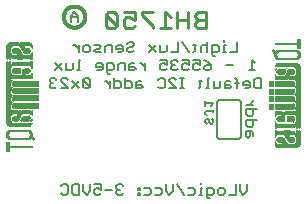
<source format=gbr>
G04 EAGLE Gerber RS-274X export*
G75*
%MOMM*%
%FSLAX34Y34*%
%LPD*%
%INSilkscreen Bottom*%
%IPPOS*%
%AMOC8*
5,1,8,0,0,1.08239X$1,22.5*%
G01*
%ADD10C,0.254000*%
%ADD11C,0.152400*%
%ADD12C,0.127000*%
%ADD13C,0.304800*%
%ADD14C,0.203200*%
%ADD15R,0.022863X0.462278*%
%ADD16R,0.022863X0.462281*%
%ADD17R,0.022863X0.436881*%
%ADD18R,0.023113X0.462278*%
%ADD19R,0.023113X0.462281*%
%ADD20R,0.023113X0.436881*%
%ADD21R,0.023116X0.462278*%
%ADD22R,0.023116X0.462281*%
%ADD23R,0.023116X0.436881*%
%ADD24R,0.023113X0.022863*%
%ADD25R,0.023116X0.091441*%
%ADD26R,0.023113X0.139700*%
%ADD27R,0.023116X0.185419*%
%ADD28R,0.023113X0.254000*%
%ADD29R,0.023113X0.299719*%
%ADD30R,0.023116X0.345438*%
%ADD31R,0.023113X0.391159*%
%ADD32R,0.023116X0.393700*%
%ADD33R,0.022863X0.325119*%
%ADD34R,0.022863X0.599438*%
%ADD35R,0.022863X0.622300*%
%ADD36R,0.022863X0.530859*%
%ADD37R,0.022863X0.439422*%
%ADD38R,0.022863X0.231138*%
%ADD39R,0.022863X0.071119*%
%ADD40R,0.022863X0.533400*%
%ADD41R,0.022863X0.208281*%
%ADD42R,0.023113X0.345441*%
%ADD43R,0.023113X0.576578*%
%ADD44R,0.023113X0.599438*%
%ADD45R,0.023113X0.508000*%
%ADD46R,0.023113X0.416563*%
%ADD47R,0.023113X0.208278*%
%ADD48R,0.023113X0.553722*%
%ADD49R,0.023113X0.208281*%
%ADD50R,0.023116X0.345441*%
%ADD51R,0.023116X0.530859*%
%ADD52R,0.023116X0.370841*%
%ADD53R,0.023116X0.162559*%
%ADD54R,0.023116X0.576581*%
%ADD55R,0.023116X0.208281*%
%ADD56R,0.023113X0.322578*%
%ADD57R,0.023113X0.485137*%
%ADD58R,0.023113X0.416559*%
%ADD59R,0.023113X0.347981*%
%ADD60R,0.023113X0.116838*%
%ADD61R,0.023113X0.647700*%
%ADD62R,0.023116X0.322581*%
%ADD63R,0.023116X0.485137*%
%ADD64R,0.023116X0.093978*%
%ADD65R,0.023116X0.231141*%
%ADD66R,0.023116X0.693419*%
%ADD67R,0.023113X0.322581*%
%ADD68R,0.023113X0.439419*%
%ADD69R,0.023113X0.370841*%
%ADD70R,0.023113X0.299722*%
%ADD71R,0.023113X0.045719*%
%ADD72R,0.023113X0.739138*%
%ADD73R,0.023113X0.414019*%
%ADD74R,0.023113X0.347978*%
%ADD75R,0.023113X0.762000*%
%ADD76R,0.023116X0.414019*%
%ADD77R,0.023116X0.182881*%
%ADD78R,0.023116X0.347978*%
%ADD79R,0.023116X0.276863*%
%ADD80R,0.023116X0.116841*%
%ADD81R,0.023116X0.276859*%
%ADD82R,0.023116X0.784863*%
%ADD83R,0.023113X0.325119*%
%ADD84R,0.023113X0.276863*%
%ADD85R,0.023113X0.276859*%
%ADD86R,0.023116X0.325119*%
%ADD87R,0.023116X0.391159*%
%ADD88R,0.023116X0.302259*%
%ADD89R,0.023116X0.254000*%
%ADD90R,0.023113X0.302259*%
%ADD91R,0.023113X0.393700*%
%ADD92R,0.023113X0.231141*%
%ADD93R,0.022863X0.302259*%
%ADD94R,0.022863X0.439419*%
%ADD95R,0.022863X0.368300*%
%ADD96R,0.022863X0.391159*%
%ADD97R,0.022863X0.416559*%
%ADD98R,0.022863X0.276863*%
%ADD99R,0.022863X0.205741*%
%ADD100R,0.023113X0.368300*%
%ADD101R,0.023113X0.205741*%
%ADD102R,0.023116X0.368300*%
%ADD103R,0.023116X0.205741*%
%ADD104R,0.023113X0.182881*%
%ADD105R,0.022863X0.276859*%
%ADD106R,0.022863X0.182881*%
%ADD107R,0.023113X0.924559*%
%ADD108R,0.023116X0.924559*%
%ADD109R,0.023113X0.901700*%
%ADD110R,0.023116X0.901700*%
%ADD111R,0.023113X0.878841*%
%ADD112R,0.023116X0.855981*%
%ADD113R,0.023113X0.833119*%
%ADD114R,0.022863X0.787400*%
%ADD115R,0.022863X0.414019*%
%ADD116R,0.022863X0.924559*%
%ADD117R,0.023113X0.739141*%
%ADD118R,0.023116X0.716281*%
%ADD119R,0.023116X0.299722*%
%ADD120R,0.023113X0.670559*%
%ADD121R,0.023116X0.647700*%
%ADD122R,0.023116X0.508000*%
%ADD123R,0.023116X0.299719*%
%ADD124R,0.023113X0.601981*%
%ADD125R,0.023113X0.530859*%
%ADD126R,0.023113X0.231138*%
%ADD127R,0.023113X0.556259*%
%ADD128R,0.023113X0.185419*%
%ADD129R,0.023116X0.533400*%
%ADD130R,0.023116X0.599438*%
%ADD131R,0.023116X0.416563*%
%ADD132R,0.023116X0.116838*%
%ADD133R,0.023113X0.485141*%
%ADD134R,0.023113X0.645159*%
%ADD135R,0.023113X0.716278*%
%ADD136R,0.022863X0.393700*%
%ADD137R,0.022863X0.762000*%
%ADD138R,0.022863X0.624841*%
%ADD139R,0.023113X0.784859*%
%ADD140R,0.023113X0.693422*%
%ADD141R,0.023116X0.830578*%
%ADD142R,0.023116X0.739141*%
%ADD143R,0.023113X0.876300*%
%ADD144R,0.023113X0.807722*%
%ADD145R,0.023116X0.899159*%
%ADD146R,0.023116X0.878841*%
%ADD147R,0.023113X0.922019*%
%ADD148R,0.023113X0.947419*%
%ADD149R,0.023116X0.970278*%
%ADD150R,0.023113X0.970278*%
%ADD151R,0.023116X0.439419*%
%ADD152R,0.022863X0.299722*%
%ADD153R,0.023116X0.416559*%
%ADD154R,0.023116X0.347981*%
%ADD155R,0.023113X0.137159*%
%ADD156R,0.023113X0.093978*%
%ADD157R,0.023113X0.091441*%
%ADD158R,0.023113X0.093981*%
%ADD159R,0.023113X0.114300*%
%ADD160R,0.023116X0.045719*%
%ADD161R,0.023116X0.045722*%
%ADD162R,0.023113X0.071119*%
%ADD163R,0.023113X0.116841*%
%ADD164R,0.023116X0.139700*%
%ADD165R,0.022863X0.322581*%
%ADD166R,0.022863X0.345441*%
%ADD167R,0.022863X0.162559*%
%ADD168R,0.022863X0.576581*%
%ADD169R,0.023113X0.668019*%
%ADD170R,0.023113X0.533400*%
%ADD171R,0.023116X1.455419*%
%ADD172R,0.023116X5.519419*%
%ADD173R,0.023113X1.455419*%
%ADD174R,0.023113X5.519419*%
%ADD175R,0.023116X5.494019*%
%ADD176R,0.023113X1.430019*%
%ADD177R,0.023113X5.494019*%
%ADD178R,0.023116X1.430019*%
%ADD179R,0.023116X5.471159*%
%ADD180R,0.023116X0.762000*%
%ADD181R,0.023113X1.407159*%
%ADD182R,0.023113X5.471159*%
%ADD183R,0.022863X1.384300*%
%ADD184R,0.022863X5.448300*%
%ADD185R,0.022863X0.716278*%
%ADD186R,0.022863X0.878841*%
%ADD187R,0.023113X1.361438*%
%ADD188R,0.023113X5.425438*%
%ADD189R,0.023116X1.338578*%
%ADD190R,0.023116X5.402578*%
%ADD191R,0.023116X0.624841*%
%ADD192R,0.023113X1.292859*%
%ADD193R,0.023113X5.356859*%
%ADD194R,0.023116X1.224278*%
%ADD195R,0.023116X5.288278*%


D10*
X171337Y145415D02*
X171337Y159397D01*
X164346Y159397D01*
X162015Y157067D01*
X162015Y154736D01*
X164346Y152406D01*
X162015Y150076D01*
X162015Y147745D01*
X164346Y145415D01*
X171337Y145415D01*
X171337Y152406D02*
X164346Y152406D01*
X156134Y145415D02*
X156134Y159397D01*
X156134Y152406D02*
X146813Y152406D01*
X146813Y159397D02*
X146813Y145415D01*
X140932Y154736D02*
X136272Y159397D01*
X136272Y145415D01*
X140932Y145415D02*
X131611Y145415D01*
X125730Y159397D02*
X116409Y159397D01*
X116409Y157067D01*
X125730Y147745D01*
X125730Y145415D01*
X110528Y159397D02*
X101207Y159397D01*
X110528Y159397D02*
X110528Y152406D01*
X105867Y154736D01*
X103537Y154736D01*
X101207Y152406D01*
X101207Y147745D01*
X103537Y145415D01*
X108198Y145415D01*
X110528Y147745D01*
X95326Y147745D02*
X95326Y157067D01*
X92995Y159397D01*
X88335Y159397D01*
X86004Y157067D01*
X86004Y147745D01*
X88335Y145415D01*
X92995Y145415D01*
X95326Y147745D01*
X86004Y157067D01*
D11*
X197182Y133865D02*
X197182Y125222D01*
X191419Y125222D01*
X187826Y130984D02*
X186386Y130984D01*
X186386Y125222D01*
X187826Y125222D02*
X184945Y125222D01*
X186386Y133865D02*
X186386Y135306D01*
X178708Y122341D02*
X177268Y122341D01*
X175827Y123781D01*
X175827Y130984D01*
X180149Y130984D01*
X181590Y129544D01*
X181590Y126663D01*
X180149Y125222D01*
X175827Y125222D01*
X172234Y125222D02*
X172234Y133865D01*
X170794Y130984D02*
X172234Y129544D01*
X170794Y130984D02*
X167913Y130984D01*
X166472Y129544D01*
X166472Y125222D01*
X161439Y126663D02*
X161439Y132425D01*
X161439Y126663D02*
X159998Y125222D01*
X159998Y130984D02*
X162879Y130984D01*
X156642Y125222D02*
X150880Y133865D01*
X147287Y133865D02*
X147287Y125222D01*
X141525Y125222D01*
X137932Y126663D02*
X137932Y130984D01*
X137932Y126663D02*
X136492Y125222D01*
X132170Y125222D01*
X132170Y130984D01*
X128577Y130984D02*
X122815Y125222D01*
X128577Y125222D02*
X122815Y130984D01*
X105545Y133865D02*
X104104Y132425D01*
X105545Y133865D02*
X108426Y133865D01*
X109867Y132425D01*
X109867Y130984D01*
X108426Y129544D01*
X105545Y129544D01*
X104104Y128103D01*
X104104Y126663D01*
X105545Y125222D01*
X108426Y125222D01*
X109867Y126663D01*
X99071Y125222D02*
X96190Y125222D01*
X99071Y125222D02*
X100511Y126663D01*
X100511Y129544D01*
X99071Y130984D01*
X96190Y130984D01*
X94749Y129544D01*
X94749Y128103D01*
X100511Y128103D01*
X91156Y125222D02*
X91156Y130984D01*
X86834Y130984D01*
X85394Y129544D01*
X85394Y125222D01*
X81801Y125222D02*
X77479Y125222D01*
X76039Y126663D01*
X77479Y128103D01*
X80360Y128103D01*
X81801Y129544D01*
X80360Y130984D01*
X76039Y130984D01*
X71005Y125222D02*
X68124Y125222D01*
X66684Y126663D01*
X66684Y129544D01*
X68124Y130984D01*
X71005Y130984D01*
X72446Y129544D01*
X72446Y126663D01*
X71005Y125222D01*
X63091Y125222D02*
X63091Y130984D01*
X63091Y128103D02*
X60209Y130984D01*
X58769Y130984D01*
X209892Y118625D02*
X212774Y115744D01*
X209892Y118625D02*
X209892Y109982D01*
X207011Y109982D02*
X212774Y109982D01*
X194063Y114304D02*
X188301Y114304D01*
X172472Y117185D02*
X169591Y118625D01*
X172472Y117185D02*
X175353Y114304D01*
X175353Y111423D01*
X173912Y109982D01*
X171031Y109982D01*
X169591Y111423D01*
X169591Y112863D01*
X171031Y114304D01*
X175353Y114304D01*
X165998Y118625D02*
X160235Y118625D01*
X165998Y118625D02*
X165998Y114304D01*
X163117Y115744D01*
X161676Y115744D01*
X160235Y114304D01*
X160235Y111423D01*
X161676Y109982D01*
X164557Y109982D01*
X165998Y111423D01*
X156642Y118625D02*
X150880Y118625D01*
X156642Y118625D02*
X156642Y114304D01*
X153761Y115744D01*
X152321Y115744D01*
X150880Y114304D01*
X150880Y111423D01*
X152321Y109982D01*
X155202Y109982D01*
X156642Y111423D01*
X147287Y117185D02*
X145847Y118625D01*
X142966Y118625D01*
X141525Y117185D01*
X141525Y115744D01*
X142966Y114304D01*
X144406Y114304D01*
X142966Y114304D02*
X141525Y112863D01*
X141525Y111423D01*
X142966Y109982D01*
X145847Y109982D01*
X147287Y111423D01*
X137932Y118625D02*
X132170Y118625D01*
X137932Y118625D02*
X137932Y114304D01*
X135051Y115744D01*
X133610Y115744D01*
X132170Y114304D01*
X132170Y111423D01*
X133610Y109982D01*
X136492Y109982D01*
X137932Y111423D01*
X119222Y109982D02*
X119222Y115744D01*
X119222Y112863D02*
X116341Y115744D01*
X114900Y115744D01*
X109985Y115744D02*
X107104Y115744D01*
X105663Y114304D01*
X105663Y109982D01*
X109985Y109982D01*
X111426Y111423D01*
X109985Y112863D01*
X105663Y112863D01*
X102071Y109982D02*
X102071Y115744D01*
X97749Y115744D01*
X96308Y114304D01*
X96308Y109982D01*
X89834Y107101D02*
X88394Y107101D01*
X86953Y108541D01*
X86953Y115744D01*
X91275Y115744D01*
X92715Y114304D01*
X92715Y111423D01*
X91275Y109982D01*
X86953Y109982D01*
X81920Y109982D02*
X79038Y109982D01*
X81920Y109982D02*
X83360Y111423D01*
X83360Y114304D01*
X81920Y115744D01*
X79038Y115744D01*
X77598Y114304D01*
X77598Y112863D01*
X83360Y112863D01*
X64650Y118625D02*
X63209Y118625D01*
X63209Y109982D01*
X61769Y109982D02*
X64650Y109982D01*
X58413Y111423D02*
X58413Y115744D01*
X58413Y111423D02*
X56972Y109982D01*
X52651Y109982D01*
X52651Y115744D01*
X49058Y115744D02*
X43296Y109982D01*
X49058Y109982D02*
X43296Y115744D01*
X217451Y103385D02*
X217451Y94742D01*
X213129Y94742D01*
X211689Y96183D01*
X211689Y101945D01*
X213129Y103385D01*
X217451Y103385D01*
X206655Y94742D02*
X203774Y94742D01*
X206655Y94742D02*
X208096Y96183D01*
X208096Y99064D01*
X206655Y100504D01*
X203774Y100504D01*
X202334Y99064D01*
X202334Y97623D01*
X208096Y97623D01*
X197300Y94742D02*
X197300Y101945D01*
X195860Y103385D01*
X195860Y99064D02*
X198741Y99064D01*
X191063Y100504D02*
X188182Y100504D01*
X186742Y99064D01*
X186742Y94742D01*
X191063Y94742D01*
X192504Y96183D01*
X191063Y97623D01*
X186742Y97623D01*
X183149Y96183D02*
X183149Y100504D01*
X183149Y96183D02*
X181708Y94742D01*
X177387Y94742D01*
X177387Y100504D01*
X173794Y103385D02*
X172353Y103385D01*
X172353Y94742D01*
X170913Y94742D02*
X173794Y94742D01*
X166116Y96183D02*
X166116Y101945D01*
X166116Y96183D02*
X164676Y94742D01*
X164676Y100504D02*
X167557Y100504D01*
X151965Y94742D02*
X149084Y94742D01*
X150524Y94742D02*
X150524Y103385D01*
X149084Y103385D02*
X151965Y103385D01*
X145728Y94742D02*
X139966Y94742D01*
X145728Y94742D02*
X139966Y100504D01*
X139966Y101945D01*
X141406Y103385D01*
X144288Y103385D01*
X145728Y101945D01*
X132051Y103385D02*
X130611Y101945D01*
X132051Y103385D02*
X134932Y103385D01*
X136373Y101945D01*
X136373Y96183D01*
X134932Y94742D01*
X132051Y94742D01*
X130611Y96183D01*
X116222Y100504D02*
X113341Y100504D01*
X111900Y99064D01*
X111900Y94742D01*
X116222Y94742D01*
X117663Y96183D01*
X116222Y97623D01*
X111900Y97623D01*
X102545Y94742D02*
X102545Y103385D01*
X102545Y94742D02*
X106867Y94742D01*
X108307Y96183D01*
X108307Y99064D01*
X106867Y100504D01*
X102545Y100504D01*
X93190Y103385D02*
X93190Y94742D01*
X97512Y94742D01*
X98952Y96183D01*
X98952Y99064D01*
X97512Y100504D01*
X93190Y100504D01*
X89597Y100504D02*
X89597Y94742D01*
X89597Y97623D02*
X86716Y100504D01*
X85275Y100504D01*
X72446Y101945D02*
X72446Y96183D01*
X72446Y101945D02*
X71005Y103385D01*
X68124Y103385D01*
X66684Y101945D01*
X66684Y96183D01*
X68124Y94742D01*
X71005Y94742D01*
X72446Y96183D01*
X66684Y101945D01*
X63091Y100504D02*
X57328Y94742D01*
X57328Y100504D02*
X63091Y94742D01*
X53735Y94742D02*
X47973Y94742D01*
X53735Y94742D02*
X47973Y100504D01*
X47973Y101945D01*
X49414Y103385D01*
X52295Y103385D01*
X53735Y101945D01*
X44380Y101945D02*
X42940Y103385D01*
X40059Y103385D01*
X38618Y101945D01*
X38618Y100504D01*
X40059Y99064D01*
X41499Y99064D01*
X40059Y99064D02*
X38618Y97623D01*
X38618Y96183D01*
X40059Y94742D01*
X42940Y94742D01*
X44380Y96183D01*
D12*
X205394Y13343D02*
X205394Y7411D01*
X202428Y4445D01*
X199462Y7411D01*
X199462Y13343D01*
X196039Y13343D02*
X196039Y4445D01*
X190107Y4445D01*
X185200Y4445D02*
X182235Y4445D01*
X180752Y5928D01*
X180752Y8894D01*
X182235Y10377D01*
X185200Y10377D01*
X186683Y8894D01*
X186683Y5928D01*
X185200Y4445D01*
X174362Y1479D02*
X172879Y1479D01*
X171396Y2962D01*
X171396Y10377D01*
X175845Y10377D01*
X177328Y8894D01*
X177328Y5928D01*
X175845Y4445D01*
X171396Y4445D01*
X167973Y10377D02*
X166490Y10377D01*
X166490Y4445D01*
X167973Y4445D02*
X165007Y4445D01*
X166490Y13343D02*
X166490Y14826D01*
X160253Y10377D02*
X155805Y10377D01*
X160253Y10377D02*
X161736Y8894D01*
X161736Y5928D01*
X160253Y4445D01*
X155805Y4445D01*
X152381Y4445D02*
X146449Y13343D01*
X143026Y13343D02*
X143026Y7411D01*
X140060Y4445D01*
X137094Y7411D01*
X137094Y13343D01*
X132188Y10377D02*
X127739Y10377D01*
X132188Y10377D02*
X133671Y8894D01*
X133671Y5928D01*
X132188Y4445D01*
X127739Y4445D01*
X122833Y10377D02*
X118384Y10377D01*
X122833Y10377D02*
X124315Y8894D01*
X124315Y5928D01*
X122833Y4445D01*
X118384Y4445D01*
X114960Y10377D02*
X113477Y10377D01*
X113477Y8894D01*
X114960Y8894D01*
X114960Y10377D01*
X114960Y5928D02*
X113477Y5928D01*
X113477Y4445D01*
X114960Y4445D01*
X114960Y5928D01*
X100928Y11860D02*
X99445Y13343D01*
X96479Y13343D01*
X94996Y11860D01*
X94996Y10377D01*
X96479Y8894D01*
X97962Y8894D01*
X96479Y8894D02*
X94996Y7411D01*
X94996Y5928D01*
X96479Y4445D01*
X99445Y4445D01*
X100928Y5928D01*
X91572Y8894D02*
X85641Y8894D01*
X82217Y13343D02*
X76285Y13343D01*
X82217Y13343D02*
X82217Y8894D01*
X79251Y10377D01*
X77768Y10377D01*
X76285Y8894D01*
X76285Y5928D01*
X77768Y4445D01*
X80734Y4445D01*
X82217Y5928D01*
X72862Y7411D02*
X72862Y13343D01*
X72862Y7411D02*
X69896Y4445D01*
X66930Y7411D01*
X66930Y13343D01*
X63507Y13343D02*
X63507Y4445D01*
X59058Y4445D01*
X57575Y5928D01*
X57575Y11860D01*
X59058Y13343D01*
X63507Y13343D01*
X49703Y13343D02*
X48220Y11860D01*
X49703Y13343D02*
X52669Y13343D01*
X54152Y11860D01*
X54152Y5928D01*
X52669Y4445D01*
X49703Y4445D01*
X48220Y5928D01*
X211037Y54037D02*
X211037Y57003D01*
X209554Y58486D01*
X205105Y58486D01*
X205105Y54037D01*
X206588Y52554D01*
X208071Y54037D01*
X208071Y58486D01*
X205105Y67841D02*
X214003Y67841D01*
X205105Y67841D02*
X205105Y63392D01*
X206588Y61909D01*
X209554Y61909D01*
X211037Y63392D01*
X211037Y67841D01*
X214003Y77196D02*
X205105Y77196D01*
X205105Y72748D01*
X206588Y71265D01*
X209554Y71265D01*
X211037Y72748D01*
X211037Y77196D01*
X211037Y80620D02*
X205105Y80620D01*
X208071Y80620D02*
X211037Y83586D01*
X211037Y85069D01*
D13*
X50710Y154940D02*
X50713Y155160D01*
X50721Y155381D01*
X50734Y155601D01*
X50753Y155820D01*
X50778Y156039D01*
X50807Y156258D01*
X50842Y156475D01*
X50883Y156692D01*
X50928Y156908D01*
X50979Y157122D01*
X51035Y157335D01*
X51097Y157547D01*
X51163Y157757D01*
X51235Y157965D01*
X51312Y158172D01*
X51394Y158376D01*
X51480Y158579D01*
X51572Y158779D01*
X51669Y158978D01*
X51770Y159173D01*
X51877Y159366D01*
X51988Y159557D01*
X52103Y159744D01*
X52223Y159929D01*
X52348Y160111D01*
X52477Y160289D01*
X52611Y160465D01*
X52748Y160637D01*
X52890Y160805D01*
X53036Y160971D01*
X53186Y161132D01*
X53340Y161290D01*
X53498Y161444D01*
X53659Y161594D01*
X53825Y161740D01*
X53993Y161882D01*
X54165Y162019D01*
X54341Y162153D01*
X54519Y162282D01*
X54701Y162407D01*
X54886Y162527D01*
X55073Y162642D01*
X55264Y162753D01*
X55457Y162860D01*
X55652Y162961D01*
X55851Y163058D01*
X56051Y163150D01*
X56254Y163236D01*
X56458Y163318D01*
X56665Y163395D01*
X56873Y163467D01*
X57083Y163533D01*
X57295Y163595D01*
X57508Y163651D01*
X57722Y163702D01*
X57938Y163747D01*
X58155Y163788D01*
X58372Y163823D01*
X58591Y163852D01*
X58810Y163877D01*
X59029Y163896D01*
X59249Y163909D01*
X59470Y163917D01*
X59690Y163920D01*
X59910Y163917D01*
X60131Y163909D01*
X60351Y163896D01*
X60570Y163877D01*
X60789Y163852D01*
X61008Y163823D01*
X61225Y163788D01*
X61442Y163747D01*
X61658Y163702D01*
X61872Y163651D01*
X62085Y163595D01*
X62297Y163533D01*
X62507Y163467D01*
X62715Y163395D01*
X62922Y163318D01*
X63126Y163236D01*
X63329Y163150D01*
X63529Y163058D01*
X63728Y162961D01*
X63923Y162860D01*
X64116Y162753D01*
X64307Y162642D01*
X64494Y162527D01*
X64679Y162407D01*
X64861Y162282D01*
X65039Y162153D01*
X65215Y162019D01*
X65387Y161882D01*
X65555Y161740D01*
X65721Y161594D01*
X65882Y161444D01*
X66040Y161290D01*
X66194Y161132D01*
X66344Y160971D01*
X66490Y160805D01*
X66632Y160637D01*
X66769Y160465D01*
X66903Y160289D01*
X67032Y160111D01*
X67157Y159929D01*
X67277Y159744D01*
X67392Y159557D01*
X67503Y159366D01*
X67610Y159173D01*
X67711Y158978D01*
X67808Y158779D01*
X67900Y158579D01*
X67986Y158376D01*
X68068Y158172D01*
X68145Y157965D01*
X68217Y157757D01*
X68283Y157547D01*
X68345Y157335D01*
X68401Y157122D01*
X68452Y156908D01*
X68497Y156692D01*
X68538Y156475D01*
X68573Y156258D01*
X68602Y156039D01*
X68627Y155820D01*
X68646Y155601D01*
X68659Y155381D01*
X68667Y155160D01*
X68670Y154940D01*
X68667Y154720D01*
X68659Y154499D01*
X68646Y154279D01*
X68627Y154060D01*
X68602Y153841D01*
X68573Y153622D01*
X68538Y153405D01*
X68497Y153188D01*
X68452Y152972D01*
X68401Y152758D01*
X68345Y152545D01*
X68283Y152333D01*
X68217Y152123D01*
X68145Y151915D01*
X68068Y151708D01*
X67986Y151504D01*
X67900Y151301D01*
X67808Y151101D01*
X67711Y150902D01*
X67610Y150707D01*
X67503Y150514D01*
X67392Y150323D01*
X67277Y150136D01*
X67157Y149951D01*
X67032Y149769D01*
X66903Y149591D01*
X66769Y149415D01*
X66632Y149243D01*
X66490Y149075D01*
X66344Y148909D01*
X66194Y148748D01*
X66040Y148590D01*
X65882Y148436D01*
X65721Y148286D01*
X65555Y148140D01*
X65387Y147998D01*
X65215Y147861D01*
X65039Y147727D01*
X64861Y147598D01*
X64679Y147473D01*
X64494Y147353D01*
X64307Y147238D01*
X64116Y147127D01*
X63923Y147020D01*
X63728Y146919D01*
X63529Y146822D01*
X63329Y146730D01*
X63126Y146644D01*
X62922Y146562D01*
X62715Y146485D01*
X62507Y146413D01*
X62297Y146347D01*
X62085Y146285D01*
X61872Y146229D01*
X61658Y146178D01*
X61442Y146133D01*
X61225Y146092D01*
X61008Y146057D01*
X60789Y146028D01*
X60570Y146003D01*
X60351Y145984D01*
X60131Y145971D01*
X59910Y145963D01*
X59690Y145960D01*
X59470Y145963D01*
X59249Y145971D01*
X59029Y145984D01*
X58810Y146003D01*
X58591Y146028D01*
X58372Y146057D01*
X58155Y146092D01*
X57938Y146133D01*
X57722Y146178D01*
X57508Y146229D01*
X57295Y146285D01*
X57083Y146347D01*
X56873Y146413D01*
X56665Y146485D01*
X56458Y146562D01*
X56254Y146644D01*
X56051Y146730D01*
X55851Y146822D01*
X55652Y146919D01*
X55457Y147020D01*
X55264Y147127D01*
X55073Y147238D01*
X54886Y147353D01*
X54701Y147473D01*
X54519Y147598D01*
X54341Y147727D01*
X54165Y147861D01*
X53993Y147998D01*
X53825Y148140D01*
X53659Y148286D01*
X53498Y148436D01*
X53340Y148590D01*
X53186Y148748D01*
X53036Y148909D01*
X52890Y149075D01*
X52748Y149243D01*
X52611Y149415D01*
X52477Y149591D01*
X52348Y149769D01*
X52223Y149951D01*
X52103Y150136D01*
X51988Y150323D01*
X51877Y150514D01*
X51770Y150707D01*
X51669Y150902D01*
X51572Y151101D01*
X51480Y151301D01*
X51394Y151504D01*
X51312Y151708D01*
X51235Y151915D01*
X51163Y152123D01*
X51097Y152333D01*
X51035Y152545D01*
X50979Y152758D01*
X50928Y152972D01*
X50883Y153188D01*
X50842Y153405D01*
X50807Y153622D01*
X50778Y153841D01*
X50753Y154060D01*
X50734Y154279D01*
X50721Y154499D01*
X50713Y154720D01*
X50710Y154940D01*
D14*
X62230Y156299D02*
X62230Y150876D01*
X62230Y156299D02*
X59518Y159011D01*
X56807Y156299D01*
X56807Y150876D01*
X56807Y154943D02*
X62230Y154943D01*
D15*
X224790Y79197D03*
D16*
X224790Y85446D03*
X224790Y91669D03*
D17*
X224790Y98019D03*
D18*
X225020Y79197D03*
D19*
X225020Y85446D03*
X225020Y91669D03*
D20*
X225020Y98019D03*
D21*
X225251Y79197D03*
D22*
X225251Y85446D03*
X225251Y91669D03*
D23*
X225251Y98019D03*
D18*
X225482Y79197D03*
D19*
X225482Y85446D03*
X225482Y91669D03*
D20*
X225482Y98019D03*
D21*
X225713Y79197D03*
D22*
X225713Y85446D03*
X225713Y91669D03*
D23*
X225713Y98019D03*
D18*
X225944Y79197D03*
D19*
X225944Y85446D03*
X225944Y91669D03*
D20*
X225944Y98019D03*
D18*
X226176Y79197D03*
D19*
X226176Y85446D03*
X226176Y91669D03*
D20*
X226176Y98019D03*
D21*
X226407Y79197D03*
D22*
X226407Y85446D03*
X226407Y91669D03*
D23*
X226407Y98019D03*
D18*
X226638Y79197D03*
D19*
X226638Y85446D03*
X226638Y91669D03*
D20*
X226638Y98019D03*
D21*
X226869Y79197D03*
D22*
X226869Y85446D03*
X226869Y91669D03*
D23*
X226869Y98019D03*
D18*
X227100Y79197D03*
D19*
X227100Y85446D03*
X227100Y91669D03*
D20*
X227100Y98019D03*
D15*
X227330Y79197D03*
D16*
X227330Y85446D03*
X227330Y91669D03*
D17*
X227330Y98019D03*
D18*
X227560Y79197D03*
D19*
X227560Y85446D03*
X227560Y91669D03*
D20*
X227560Y98019D03*
D24*
X227560Y126429D03*
D21*
X227791Y79197D03*
D22*
X227791Y85446D03*
X227791Y91669D03*
D23*
X227791Y98019D03*
D25*
X227791Y126314D03*
D18*
X228022Y79197D03*
D19*
X228022Y85446D03*
X228022Y91669D03*
D20*
X228022Y98019D03*
D26*
X228022Y126073D03*
D21*
X228253Y79197D03*
D22*
X228253Y85446D03*
X228253Y91669D03*
D23*
X228253Y98019D03*
D27*
X228253Y126073D03*
D18*
X228484Y79197D03*
D19*
X228484Y85446D03*
X228484Y91669D03*
D20*
X228484Y98019D03*
D28*
X228484Y125959D03*
D18*
X228716Y79197D03*
D19*
X228716Y85446D03*
X228716Y91669D03*
D20*
X228716Y98019D03*
D29*
X228716Y125730D03*
D21*
X228947Y79197D03*
D22*
X228947Y85446D03*
X228947Y91669D03*
D23*
X228947Y98019D03*
D30*
X228947Y125730D03*
D31*
X229178Y125501D03*
D32*
X229409Y125032D03*
D18*
X229640Y124003D03*
D33*
X229870Y48031D03*
D34*
X229870Y55880D03*
D35*
X229870Y63614D03*
D36*
X229870Y72631D03*
D15*
X229870Y79197D03*
D16*
X229870Y85446D03*
X229870Y91669D03*
D17*
X229870Y98019D03*
D37*
X229870Y104254D03*
D38*
X229870Y109919D03*
D39*
X229870Y113030D03*
D40*
X229870Y123190D03*
D41*
X229870Y132436D03*
D42*
X230100Y47676D03*
D43*
X230100Y55994D03*
D44*
X230100Y63500D03*
D45*
X230100Y72746D03*
D18*
X230100Y79197D03*
D19*
X230100Y85446D03*
X230100Y91669D03*
D20*
X230100Y98019D03*
D46*
X230100Y104140D03*
D47*
X230100Y110033D03*
D26*
X230100Y113373D03*
D48*
X230100Y122606D03*
D49*
X230100Y132436D03*
D50*
X230331Y47219D03*
D51*
X230331Y56223D03*
X230331Y63157D03*
D21*
X230331Y72974D03*
X230331Y79197D03*
D22*
X230331Y85446D03*
X230331Y91669D03*
D23*
X230331Y98019D03*
D52*
X230331Y103911D03*
D53*
X230331Y110261D03*
D27*
X230331Y113602D03*
D54*
X230331Y122492D03*
D55*
X230331Y132436D03*
D56*
X230562Y46876D03*
D57*
X230562Y56452D03*
D45*
X230562Y63043D03*
D58*
X230562Y73203D03*
D18*
X230562Y79197D03*
D19*
X230562Y85446D03*
X230562Y91669D03*
D20*
X230562Y98019D03*
D59*
X230562Y103797D03*
D60*
X230562Y110490D03*
D47*
X230562Y113716D03*
D61*
X230562Y122619D03*
D49*
X230562Y132436D03*
D62*
X230793Y46647D03*
D21*
X230793Y56566D03*
D63*
X230793Y62929D03*
D32*
X230793Y73317D03*
D21*
X230793Y79197D03*
D22*
X230793Y85446D03*
X230793Y91669D03*
D23*
X230793Y98019D03*
D62*
X230793Y103670D03*
D64*
X230793Y110604D03*
D65*
X230793Y113830D03*
D66*
X230793Y122619D03*
D55*
X230793Y132436D03*
D67*
X231024Y46419D03*
D68*
X231024Y56680D03*
D18*
X231024Y62814D03*
D69*
X231024Y73431D03*
D18*
X231024Y79197D03*
D19*
X231024Y85446D03*
X231024Y91669D03*
D20*
X231024Y98019D03*
D70*
X231024Y103556D03*
D71*
X231024Y110846D03*
D28*
X231024Y113944D03*
D72*
X231024Y122619D03*
D49*
X231024Y132436D03*
D67*
X231256Y46190D03*
D73*
X231256Y56807D03*
D68*
X231256Y62700D03*
D74*
X231256Y73546D03*
D18*
X231256Y79197D03*
D19*
X231256Y85446D03*
X231256Y91669D03*
D20*
X231256Y98019D03*
D70*
X231256Y103556D03*
D28*
X231256Y113944D03*
D75*
X231256Y122504D03*
D49*
X231256Y132436D03*
D62*
X231487Y46190D03*
D65*
X231487Y51270D03*
D76*
X231487Y56807D03*
X231487Y62573D03*
D77*
X231487Y68351D03*
D78*
X231487Y73546D03*
D21*
X231487Y79197D03*
D22*
X231487Y85446D03*
X231487Y91669D03*
D23*
X231487Y98019D03*
D79*
X231487Y103442D03*
D80*
X231487Y108179D03*
D81*
X231487Y114059D03*
D82*
X231487Y122619D03*
D55*
X231487Y132436D03*
D83*
X231718Y45949D03*
D67*
X231718Y51270D03*
D31*
X231718Y56921D03*
D73*
X231718Y62573D03*
D83*
X231718Y68351D03*
X231718Y73660D03*
D18*
X231718Y79197D03*
D19*
X231718Y85446D03*
X231718Y91669D03*
D20*
X231718Y98019D03*
D84*
X231718Y103442D03*
D85*
X231718Y108293D03*
X231718Y114059D03*
D84*
X231718Y120079D03*
D85*
X231718Y125387D03*
D49*
X231718Y132436D03*
D86*
X231949Y45949D03*
D52*
X231949Y51257D03*
D87*
X231949Y56921D03*
D76*
X231949Y62573D03*
D52*
X231949Y68351D03*
D86*
X231949Y73660D03*
D21*
X231949Y79197D03*
D22*
X231949Y85446D03*
X231949Y91669D03*
D23*
X231949Y98019D03*
D79*
X231949Y103442D03*
D50*
X231949Y108407D03*
D88*
X231949Y114186D03*
D89*
X231949Y119736D03*
D65*
X231949Y125616D03*
D55*
X231949Y132436D03*
D83*
X232180Y45949D03*
D58*
X232180Y51257D03*
D31*
X232180Y56921D03*
X232180Y62459D03*
D58*
X232180Y68351D03*
D90*
X232180Y73774D03*
D18*
X232180Y79197D03*
D19*
X232180Y85446D03*
X232180Y91669D03*
D20*
X232180Y98019D03*
D84*
X232180Y103442D03*
D91*
X232180Y108649D03*
D90*
X232180Y114186D03*
D92*
X232180Y119621D03*
D49*
X232180Y125730D03*
X232180Y132436D03*
D93*
X232410Y45834D03*
D94*
X232410Y51143D03*
D95*
X232410Y57036D03*
D96*
X232410Y62459D03*
D97*
X232410Y68351D03*
D93*
X232410Y73774D03*
D15*
X232410Y79197D03*
D16*
X232410Y85446D03*
X232410Y91669D03*
D17*
X232410Y98019D03*
D98*
X232410Y103442D03*
D94*
X232410Y108649D03*
D93*
X232410Y114186D03*
D99*
X232410Y119494D03*
D41*
X232410Y125730D03*
X232410Y132436D03*
D90*
X232640Y45834D03*
D18*
X232640Y51257D03*
D100*
X232640Y57036D03*
D31*
X232640Y62459D03*
D19*
X232640Y68351D03*
D90*
X232640Y73774D03*
D18*
X232640Y79197D03*
D19*
X232640Y85446D03*
X232640Y91669D03*
D20*
X232640Y98019D03*
D84*
X232640Y103442D03*
D18*
X232640Y108763D03*
D90*
X232640Y114186D03*
D101*
X232640Y119494D03*
D49*
X232640Y125959D03*
X232640Y132436D03*
D88*
X232871Y45834D03*
D21*
X232871Y51257D03*
D102*
X232871Y57036D03*
D87*
X232871Y62459D03*
D22*
X232871Y68351D03*
D88*
X232871Y73774D03*
D21*
X232871Y79197D03*
D22*
X232871Y85446D03*
X232871Y91669D03*
D23*
X232871Y98019D03*
D79*
X232871Y103442D03*
D21*
X232871Y108763D03*
D88*
X232871Y114186D03*
D103*
X232871Y119494D03*
D55*
X232871Y125959D03*
X232871Y132436D03*
D90*
X233102Y45834D03*
D18*
X233102Y51257D03*
D100*
X233102Y57036D03*
X233102Y62344D03*
D19*
X233102Y68351D03*
D90*
X233102Y73774D03*
D18*
X233102Y79197D03*
D19*
X233102Y85446D03*
X233102Y91669D03*
D20*
X233102Y98019D03*
D84*
X233102Y103442D03*
D18*
X233102Y108763D03*
D90*
X233102Y114186D03*
D101*
X233102Y119494D03*
D49*
X233102Y125959D03*
X233102Y132436D03*
D88*
X233333Y45834D03*
D21*
X233333Y51257D03*
D102*
X233333Y57036D03*
X233333Y62344D03*
D22*
X233333Y68351D03*
D88*
X233333Y73774D03*
D21*
X233333Y79197D03*
D22*
X233333Y85446D03*
X233333Y91669D03*
D23*
X233333Y98019D03*
D79*
X233333Y103442D03*
D21*
X233333Y108763D03*
D88*
X233333Y114186D03*
D77*
X233333Y119380D03*
D55*
X233333Y125959D03*
X233333Y132436D03*
D90*
X233564Y45834D03*
D18*
X233564Y51257D03*
D100*
X233564Y57036D03*
X233564Y62344D03*
D19*
X233564Y68351D03*
D90*
X233564Y73774D03*
D18*
X233564Y79197D03*
D19*
X233564Y85446D03*
X233564Y91669D03*
D20*
X233564Y98019D03*
D84*
X233564Y103442D03*
D18*
X233564Y108763D03*
D90*
X233564Y114186D03*
D104*
X233564Y119380D03*
D49*
X233564Y125959D03*
X233564Y132436D03*
D90*
X233796Y45834D03*
D18*
X233796Y51257D03*
D100*
X233796Y57036D03*
X233796Y62344D03*
D19*
X233796Y68351D03*
D85*
X233796Y73901D03*
D18*
X233796Y79197D03*
D19*
X233796Y85446D03*
X233796Y91669D03*
D20*
X233796Y98019D03*
D84*
X233796Y103442D03*
D18*
X233796Y108763D03*
D90*
X233796Y114186D03*
D104*
X233796Y119380D03*
D49*
X233796Y125959D03*
X233796Y132436D03*
D88*
X234027Y45834D03*
D21*
X234027Y51257D03*
D102*
X234027Y57036D03*
X234027Y62344D03*
D22*
X234027Y68351D03*
D81*
X234027Y73901D03*
D21*
X234027Y79197D03*
D22*
X234027Y85446D03*
X234027Y91669D03*
D23*
X234027Y98019D03*
D79*
X234027Y103442D03*
D21*
X234027Y108763D03*
D88*
X234027Y114186D03*
D77*
X234027Y119380D03*
D55*
X234027Y125959D03*
X234027Y132436D03*
D90*
X234258Y45834D03*
D18*
X234258Y51257D03*
D100*
X234258Y57036D03*
X234258Y62344D03*
D19*
X234258Y68351D03*
D85*
X234258Y73901D03*
D18*
X234258Y79197D03*
D19*
X234258Y85446D03*
X234258Y91669D03*
D20*
X234258Y98019D03*
D84*
X234258Y103442D03*
D18*
X234258Y108763D03*
D90*
X234258Y114186D03*
D104*
X234258Y119380D03*
D49*
X234258Y125959D03*
X234258Y132436D03*
D88*
X234489Y45834D03*
D21*
X234489Y51257D03*
D102*
X234489Y57036D03*
X234489Y62344D03*
D22*
X234489Y68351D03*
D81*
X234489Y73901D03*
D21*
X234489Y79197D03*
D22*
X234489Y85446D03*
X234489Y91669D03*
D23*
X234489Y98019D03*
D79*
X234489Y103442D03*
D21*
X234489Y108763D03*
D88*
X234489Y114186D03*
D77*
X234489Y119380D03*
D55*
X234489Y125959D03*
X234489Y132436D03*
D90*
X234720Y45834D03*
D18*
X234720Y51257D03*
D100*
X234720Y57036D03*
X234720Y62344D03*
D19*
X234720Y68351D03*
D85*
X234720Y73901D03*
D18*
X234720Y79197D03*
D19*
X234720Y85446D03*
X234720Y91669D03*
D20*
X234720Y98019D03*
D84*
X234720Y103442D03*
D18*
X234720Y108763D03*
D90*
X234720Y114186D03*
D104*
X234720Y119380D03*
D49*
X234720Y125959D03*
X234720Y132436D03*
D93*
X234950Y45834D03*
D15*
X234950Y51257D03*
D95*
X234950Y57036D03*
X234950Y62344D03*
D16*
X234950Y68351D03*
D105*
X234950Y73901D03*
D15*
X234950Y79197D03*
D16*
X234950Y85446D03*
X234950Y91669D03*
D17*
X234950Y98019D03*
D98*
X234950Y103442D03*
D15*
X234950Y108763D03*
D93*
X234950Y114186D03*
D106*
X234950Y119380D03*
D41*
X234950Y125959D03*
X234950Y132436D03*
D90*
X235180Y45834D03*
D18*
X235180Y51257D03*
D100*
X235180Y57036D03*
X235180Y62344D03*
D19*
X235180Y68351D03*
D85*
X235180Y73901D03*
D18*
X235180Y79197D03*
D19*
X235180Y85446D03*
X235180Y91669D03*
D20*
X235180Y98019D03*
D84*
X235180Y103442D03*
D18*
X235180Y108763D03*
D90*
X235180Y114186D03*
D104*
X235180Y119380D03*
D49*
X235180Y125959D03*
X235180Y132436D03*
D88*
X235411Y45834D03*
D21*
X235411Y51257D03*
D102*
X235411Y57036D03*
X235411Y62344D03*
D22*
X235411Y68351D03*
D81*
X235411Y73901D03*
D21*
X235411Y79197D03*
D22*
X235411Y85446D03*
X235411Y91669D03*
D23*
X235411Y98019D03*
D79*
X235411Y103442D03*
D21*
X235411Y108763D03*
D88*
X235411Y114186D03*
D77*
X235411Y119380D03*
D55*
X235411Y125959D03*
X235411Y132436D03*
D90*
X235642Y45834D03*
D18*
X235642Y51257D03*
D100*
X235642Y57036D03*
X235642Y62344D03*
D107*
X235642Y70663D03*
D18*
X235642Y79197D03*
D19*
X235642Y85446D03*
X235642Y91669D03*
D20*
X235642Y98019D03*
D84*
X235642Y103442D03*
D18*
X235642Y108763D03*
D90*
X235642Y114186D03*
D104*
X235642Y119380D03*
D49*
X235642Y125959D03*
X235642Y132436D03*
D88*
X235873Y45834D03*
D21*
X235873Y51257D03*
D102*
X235873Y57036D03*
X235873Y62344D03*
D108*
X235873Y70663D03*
D21*
X235873Y79197D03*
D22*
X235873Y85446D03*
X235873Y91669D03*
D23*
X235873Y98019D03*
D79*
X235873Y103442D03*
D21*
X235873Y108763D03*
D88*
X235873Y114186D03*
D77*
X235873Y119380D03*
D55*
X235873Y125959D03*
X235873Y132436D03*
D90*
X236104Y45834D03*
D68*
X236104Y51143D03*
D100*
X236104Y57036D03*
X236104Y62344D03*
D107*
X236104Y70663D03*
D18*
X236104Y79197D03*
D19*
X236104Y85446D03*
X236104Y91669D03*
D20*
X236104Y98019D03*
D84*
X236104Y103442D03*
D18*
X236104Y108763D03*
D90*
X236104Y114186D03*
D104*
X236104Y119380D03*
D49*
X236104Y125959D03*
X236104Y132436D03*
D109*
X236336Y48832D03*
D100*
X236336Y57036D03*
X236336Y62344D03*
D107*
X236336Y70663D03*
D18*
X236336Y79197D03*
D19*
X236336Y85446D03*
X236336Y91669D03*
D20*
X236336Y98019D03*
D84*
X236336Y103442D03*
D18*
X236336Y108763D03*
D90*
X236336Y114186D03*
D104*
X236336Y119380D03*
D49*
X236336Y125959D03*
X236336Y132436D03*
D110*
X236567Y48832D03*
D102*
X236567Y57036D03*
X236567Y62344D03*
D108*
X236567Y70663D03*
D21*
X236567Y79197D03*
D22*
X236567Y85446D03*
X236567Y91669D03*
D23*
X236567Y98019D03*
D79*
X236567Y103442D03*
D21*
X236567Y108763D03*
D88*
X236567Y114186D03*
D77*
X236567Y119380D03*
D55*
X236567Y125959D03*
X236567Y132436D03*
D111*
X236798Y48717D03*
D31*
X236798Y56921D03*
D100*
X236798Y62344D03*
D107*
X236798Y70663D03*
D18*
X236798Y79197D03*
D19*
X236798Y85446D03*
X236798Y91669D03*
D20*
X236798Y98019D03*
D84*
X236798Y103442D03*
D18*
X236798Y108763D03*
D90*
X236798Y114186D03*
D104*
X236798Y119380D03*
D49*
X236798Y125959D03*
X236798Y132436D03*
D112*
X237029Y48603D03*
D87*
X237029Y56921D03*
D102*
X237029Y62344D03*
D108*
X237029Y70663D03*
D21*
X237029Y79197D03*
D22*
X237029Y85446D03*
X237029Y91669D03*
D23*
X237029Y98019D03*
D79*
X237029Y103442D03*
D21*
X237029Y108763D03*
D88*
X237029Y114186D03*
D77*
X237029Y119380D03*
D55*
X237029Y125959D03*
X237029Y132436D03*
D113*
X237260Y48489D03*
D73*
X237260Y56807D03*
D100*
X237260Y62344D03*
D107*
X237260Y70663D03*
D18*
X237260Y79197D03*
D19*
X237260Y85446D03*
X237260Y91669D03*
D20*
X237260Y98019D03*
D84*
X237260Y103442D03*
D68*
X237260Y108877D03*
D90*
X237260Y114186D03*
D104*
X237260Y119380D03*
D49*
X237260Y125959D03*
X237260Y132436D03*
D114*
X237490Y48260D03*
D115*
X237490Y56807D03*
D95*
X237490Y62344D03*
D116*
X237490Y70663D03*
D15*
X237490Y79197D03*
D16*
X237490Y85446D03*
X237490Y91669D03*
D17*
X237490Y98019D03*
D98*
X237490Y103442D03*
D94*
X237490Y108877D03*
D93*
X237490Y114186D03*
D106*
X237490Y119380D03*
D41*
X237490Y125959D03*
X237490Y132436D03*
D117*
X237720Y48019D03*
D68*
X237720Y56680D03*
D100*
X237720Y62344D03*
D107*
X237720Y70663D03*
D18*
X237720Y79197D03*
D19*
X237720Y85446D03*
X237720Y91669D03*
D20*
X237720Y98019D03*
D70*
X237720Y103556D03*
D58*
X237720Y108991D03*
D90*
X237720Y114186D03*
D104*
X237720Y119380D03*
D49*
X237720Y125959D03*
X237720Y132436D03*
D118*
X237951Y47904D03*
D21*
X237951Y56566D03*
D102*
X237951Y62344D03*
D108*
X237951Y70663D03*
D21*
X237951Y79197D03*
D22*
X237951Y85446D03*
X237951Y91669D03*
D23*
X237951Y98019D03*
D119*
X237951Y103556D03*
D32*
X237951Y109106D03*
D88*
X237951Y114186D03*
D77*
X237951Y119380D03*
D55*
X237951Y125959D03*
X237951Y132436D03*
D120*
X238182Y47676D03*
D57*
X238182Y56452D03*
D100*
X238182Y62344D03*
D107*
X238182Y70663D03*
D18*
X238182Y79197D03*
D19*
X238182Y85446D03*
X238182Y91669D03*
D20*
X238182Y98019D03*
D67*
X238182Y103670D03*
D74*
X238182Y109334D03*
D90*
X238182Y114186D03*
D104*
X238182Y119380D03*
D49*
X238182Y125959D03*
X238182Y132436D03*
D121*
X238413Y47562D03*
D122*
X238413Y56337D03*
D102*
X238413Y62344D03*
D81*
X238413Y73901D03*
D21*
X238413Y79197D03*
D22*
X238413Y85446D03*
X238413Y91669D03*
D23*
X238413Y98019D03*
D62*
X238413Y103670D03*
D123*
X238413Y109576D03*
D88*
X238413Y114186D03*
D77*
X238413Y119380D03*
D55*
X238413Y125959D03*
X238413Y132436D03*
D124*
X238644Y47333D03*
D125*
X238644Y56223D03*
D100*
X238644Y62344D03*
D85*
X238644Y73901D03*
D18*
X238644Y79197D03*
D19*
X238644Y85446D03*
X238644Y91669D03*
D20*
X238644Y98019D03*
D59*
X238644Y103797D03*
D126*
X238644Y109919D03*
D90*
X238644Y114186D03*
D104*
X238644Y119380D03*
D49*
X238644Y125959D03*
X238644Y132436D03*
D127*
X238876Y47104D03*
D43*
X238876Y55994D03*
D100*
X238876Y62344D03*
D85*
X238876Y73901D03*
D18*
X238876Y79197D03*
D19*
X238876Y85446D03*
X238876Y91669D03*
D20*
X238876Y98019D03*
D69*
X238876Y103911D03*
D128*
X238876Y110147D03*
D90*
X238876Y114186D03*
D104*
X238876Y119380D03*
D49*
X238876Y125959D03*
X238876Y132436D03*
D129*
X239107Y46990D03*
D130*
X239107Y55880D03*
D102*
X239107Y62344D03*
D81*
X239107Y73901D03*
D21*
X239107Y79197D03*
D22*
X239107Y85446D03*
X239107Y91669D03*
D23*
X239107Y98019D03*
D131*
X239107Y104140D03*
D132*
X239107Y110490D03*
D88*
X239107Y114186D03*
D77*
X239107Y119380D03*
D55*
X239107Y125959D03*
X239107Y132436D03*
D133*
X239338Y46749D03*
D134*
X239338Y55651D03*
D100*
X239338Y62344D03*
D85*
X239338Y73901D03*
D18*
X239338Y79197D03*
D19*
X239338Y85446D03*
X239338Y91669D03*
D20*
X239338Y98019D03*
D19*
X239338Y104369D03*
D71*
X239338Y110846D03*
D90*
X239338Y114186D03*
D104*
X239338Y119380D03*
D49*
X239338Y125959D03*
X239338Y132436D03*
D22*
X239569Y46634D03*
D66*
X239569Y55410D03*
D102*
X239569Y62344D03*
D81*
X239569Y73901D03*
D21*
X239569Y79197D03*
D22*
X239569Y85446D03*
X239569Y91669D03*
D23*
X239569Y98019D03*
D122*
X239569Y104597D03*
D88*
X239569Y114186D03*
D77*
X239569Y119380D03*
D55*
X239569Y125959D03*
X239569Y132436D03*
D58*
X239800Y46406D03*
D135*
X239800Y55296D03*
D100*
X239800Y62344D03*
D85*
X239800Y73901D03*
D18*
X239800Y79197D03*
D19*
X239800Y85446D03*
X239800Y91669D03*
D20*
X239800Y98019D03*
D48*
X239800Y104826D03*
D90*
X239800Y114186D03*
D104*
X239800Y119380D03*
D49*
X239800Y125959D03*
X239800Y132436D03*
D136*
X240030Y46292D03*
D137*
X240030Y55067D03*
D95*
X240030Y62344D03*
D16*
X240030Y68351D03*
D105*
X240030Y73901D03*
D15*
X240030Y79197D03*
D16*
X240030Y85446D03*
X240030Y91669D03*
D17*
X240030Y98019D03*
D138*
X240030Y105181D03*
D93*
X240030Y114186D03*
D106*
X240030Y119380D03*
D41*
X240030Y125959D03*
X240030Y132436D03*
D69*
X240260Y46177D03*
D139*
X240260Y54953D03*
D100*
X240260Y62344D03*
D19*
X240260Y68351D03*
D85*
X240260Y73901D03*
D18*
X240260Y79197D03*
D19*
X240260Y85446D03*
X240260Y91669D03*
D20*
X240260Y98019D03*
D140*
X240260Y105524D03*
D90*
X240260Y114186D03*
D104*
X240260Y119380D03*
D49*
X240260Y125959D03*
X240260Y132436D03*
D52*
X240491Y46177D03*
D141*
X240491Y54724D03*
D102*
X240491Y62344D03*
D22*
X240491Y68351D03*
D81*
X240491Y73901D03*
D21*
X240491Y79197D03*
D22*
X240491Y85446D03*
X240491Y91669D03*
D23*
X240491Y98019D03*
D142*
X240491Y105753D03*
D88*
X240491Y114186D03*
D77*
X240491Y119380D03*
D55*
X240491Y125959D03*
X240491Y132436D03*
D59*
X240722Y46063D03*
D143*
X240722Y54496D03*
D100*
X240722Y62344D03*
D19*
X240722Y68351D03*
D85*
X240722Y73901D03*
D18*
X240722Y79197D03*
D19*
X240722Y85446D03*
X240722Y91669D03*
D20*
X240722Y98019D03*
D144*
X240722Y106096D03*
D90*
X240722Y114186D03*
D104*
X240722Y119380D03*
D49*
X240722Y125959D03*
X240722Y132436D03*
D86*
X240953Y45949D03*
D145*
X240953Y54381D03*
D102*
X240953Y62344D03*
D22*
X240953Y68351D03*
D81*
X240953Y73901D03*
D21*
X240953Y79197D03*
D22*
X240953Y85446D03*
X240953Y91669D03*
D23*
X240953Y98019D03*
D146*
X240953Y106451D03*
D88*
X240953Y114186D03*
D77*
X240953Y119380D03*
D55*
X240953Y125959D03*
X240953Y132436D03*
D83*
X241184Y45949D03*
D147*
X241184Y54267D03*
D100*
X241184Y62344D03*
D19*
X241184Y68351D03*
D85*
X241184Y73901D03*
D18*
X241184Y79197D03*
D19*
X241184Y85446D03*
X241184Y91669D03*
D20*
X241184Y98019D03*
D109*
X241184Y106566D03*
D90*
X241184Y114186D03*
D104*
X241184Y119380D03*
D49*
X241184Y125959D03*
X241184Y132436D03*
D83*
X241416Y45949D03*
D148*
X241416Y54140D03*
D100*
X241416Y62344D03*
D19*
X241416Y68351D03*
D85*
X241416Y73901D03*
D18*
X241416Y79197D03*
D19*
X241416Y85446D03*
X241416Y91669D03*
D20*
X241416Y98019D03*
D109*
X241416Y106566D03*
D90*
X241416Y114186D03*
D104*
X241416Y119380D03*
D49*
X241416Y125959D03*
X241416Y132436D03*
D88*
X241647Y45834D03*
D149*
X241647Y54026D03*
D102*
X241647Y62344D03*
D22*
X241647Y68351D03*
D81*
X241647Y73901D03*
D21*
X241647Y79197D03*
D22*
X241647Y85446D03*
X241647Y91669D03*
D23*
X241647Y98019D03*
D110*
X241647Y106566D03*
D88*
X241647Y114186D03*
D77*
X241647Y119380D03*
D55*
X241647Y125959D03*
X241647Y132436D03*
D90*
X241878Y45834D03*
D150*
X241878Y54026D03*
D100*
X241878Y62344D03*
D19*
X241878Y68351D03*
D85*
X241878Y73901D03*
D18*
X241878Y79197D03*
D19*
X241878Y85446D03*
X241878Y91669D03*
D20*
X241878Y98019D03*
D109*
X241878Y106566D03*
D90*
X241878Y114186D03*
D104*
X241878Y119380D03*
D49*
X241878Y125959D03*
X241878Y132436D03*
D88*
X242109Y45834D03*
D21*
X242109Y51257D03*
D102*
X242109Y57036D03*
X242109Y62344D03*
D22*
X242109Y68351D03*
D81*
X242109Y73901D03*
D21*
X242109Y79197D03*
D22*
X242109Y85446D03*
X242109Y91669D03*
D23*
X242109Y98019D03*
D110*
X242109Y106566D03*
D88*
X242109Y114186D03*
D77*
X242109Y119380D03*
D55*
X242109Y125959D03*
X242109Y132436D03*
D90*
X242340Y45834D03*
D18*
X242340Y51257D03*
D100*
X242340Y57036D03*
X242340Y62344D03*
D19*
X242340Y68351D03*
D85*
X242340Y73901D03*
D18*
X242340Y79197D03*
D19*
X242340Y85446D03*
X242340Y91669D03*
D20*
X242340Y98019D03*
D84*
X242340Y103442D03*
D68*
X242340Y108877D03*
D90*
X242340Y114186D03*
D104*
X242340Y119380D03*
D49*
X242340Y125959D03*
X242340Y132436D03*
D93*
X242570Y45834D03*
D15*
X242570Y51257D03*
D95*
X242570Y57036D03*
X242570Y62344D03*
D16*
X242570Y68351D03*
D105*
X242570Y73901D03*
D15*
X242570Y79197D03*
D16*
X242570Y85446D03*
X242570Y91669D03*
D17*
X242570Y98019D03*
D98*
X242570Y103442D03*
D94*
X242570Y108877D03*
D93*
X242570Y114186D03*
D106*
X242570Y119380D03*
D41*
X242570Y125959D03*
X242570Y132436D03*
D90*
X242800Y45834D03*
D18*
X242800Y51257D03*
D100*
X242800Y57036D03*
X242800Y62344D03*
D19*
X242800Y68351D03*
D85*
X242800Y73901D03*
D18*
X242800Y79197D03*
D19*
X242800Y85446D03*
X242800Y91669D03*
D20*
X242800Y98019D03*
D84*
X242800Y103442D03*
D68*
X242800Y108877D03*
D90*
X242800Y114186D03*
D104*
X242800Y119380D03*
D49*
X242800Y125959D03*
X242800Y132436D03*
D88*
X243031Y45834D03*
D21*
X243031Y51257D03*
D102*
X243031Y57036D03*
X243031Y62344D03*
D22*
X243031Y68351D03*
D81*
X243031Y73901D03*
D21*
X243031Y79197D03*
D22*
X243031Y85446D03*
X243031Y91669D03*
D23*
X243031Y98019D03*
D79*
X243031Y103442D03*
D151*
X243031Y108877D03*
D88*
X243031Y114186D03*
D77*
X243031Y119380D03*
D55*
X243031Y125959D03*
X243031Y132436D03*
D90*
X243262Y45834D03*
D18*
X243262Y51257D03*
D100*
X243262Y57036D03*
X243262Y62344D03*
D19*
X243262Y68351D03*
D85*
X243262Y73901D03*
D18*
X243262Y79197D03*
D19*
X243262Y85446D03*
X243262Y91669D03*
D20*
X243262Y98019D03*
D84*
X243262Y103442D03*
D68*
X243262Y108877D03*
D90*
X243262Y114186D03*
D104*
X243262Y119380D03*
D49*
X243262Y125959D03*
X243262Y132436D03*
D88*
X243493Y45834D03*
D21*
X243493Y51257D03*
D102*
X243493Y57036D03*
X243493Y62344D03*
D22*
X243493Y68351D03*
D81*
X243493Y73901D03*
D21*
X243493Y79197D03*
D22*
X243493Y85446D03*
X243493Y91669D03*
D23*
X243493Y98019D03*
D79*
X243493Y103442D03*
D151*
X243493Y108877D03*
D88*
X243493Y114186D03*
D77*
X243493Y119380D03*
D55*
X243493Y125959D03*
X243493Y132436D03*
D90*
X243724Y45834D03*
D18*
X243724Y51257D03*
D100*
X243724Y57036D03*
X243724Y62344D03*
D19*
X243724Y68351D03*
D85*
X243724Y73901D03*
D18*
X243724Y79197D03*
D19*
X243724Y85446D03*
X243724Y91669D03*
D20*
X243724Y98019D03*
D84*
X243724Y103442D03*
D68*
X243724Y108877D03*
D90*
X243724Y114186D03*
D104*
X243724Y119380D03*
D49*
X243724Y125959D03*
X243724Y132436D03*
D90*
X243956Y45834D03*
D18*
X243956Y51257D03*
D100*
X243956Y57036D03*
X243956Y62344D03*
D19*
X243956Y68351D03*
D85*
X243956Y73901D03*
D18*
X243956Y79197D03*
D19*
X243956Y85446D03*
X243956Y91669D03*
D20*
X243956Y98019D03*
D84*
X243956Y103442D03*
D68*
X243956Y108877D03*
D90*
X243956Y114186D03*
D104*
X243956Y119380D03*
D49*
X243956Y125959D03*
X243956Y132436D03*
D88*
X244187Y45834D03*
D21*
X244187Y51257D03*
D102*
X244187Y57036D03*
X244187Y62344D03*
D22*
X244187Y68351D03*
D81*
X244187Y73901D03*
D21*
X244187Y79197D03*
D22*
X244187Y85446D03*
X244187Y91669D03*
D23*
X244187Y98019D03*
D79*
X244187Y103442D03*
D151*
X244187Y108877D03*
D88*
X244187Y114186D03*
D77*
X244187Y119380D03*
D55*
X244187Y125959D03*
X244187Y132436D03*
D90*
X244418Y45834D03*
D18*
X244418Y51257D03*
D100*
X244418Y57036D03*
X244418Y62344D03*
D19*
X244418Y68351D03*
D90*
X244418Y73774D03*
D18*
X244418Y79197D03*
D19*
X244418Y85446D03*
X244418Y91669D03*
D20*
X244418Y98019D03*
D84*
X244418Y103442D03*
D68*
X244418Y108877D03*
D90*
X244418Y114186D03*
D104*
X244418Y119380D03*
D49*
X244418Y125959D03*
X244418Y132436D03*
D88*
X244649Y45834D03*
D21*
X244649Y51257D03*
D102*
X244649Y57036D03*
X244649Y62344D03*
D22*
X244649Y68351D03*
D88*
X244649Y73774D03*
D21*
X244649Y79197D03*
D22*
X244649Y85446D03*
X244649Y91669D03*
D23*
X244649Y98019D03*
D79*
X244649Y103442D03*
D151*
X244649Y108877D03*
D88*
X244649Y114186D03*
D77*
X244649Y119380D03*
D55*
X244649Y125959D03*
X244649Y132436D03*
D90*
X244880Y45834D03*
D18*
X244880Y51257D03*
D100*
X244880Y57036D03*
X244880Y62344D03*
D19*
X244880Y68351D03*
D90*
X244880Y73774D03*
D18*
X244880Y79197D03*
D19*
X244880Y85446D03*
X244880Y91669D03*
D20*
X244880Y98019D03*
D70*
X244880Y103556D03*
D68*
X244880Y108877D03*
D90*
X244880Y114186D03*
D104*
X244880Y119380D03*
D49*
X244880Y125959D03*
X244880Y132436D03*
D93*
X245110Y45834D03*
D15*
X245110Y51257D03*
D95*
X245110Y57036D03*
D96*
X245110Y62459D03*
D16*
X245110Y68351D03*
D93*
X245110Y73774D03*
D15*
X245110Y79197D03*
D16*
X245110Y85446D03*
X245110Y91669D03*
D17*
X245110Y98019D03*
D152*
X245110Y103556D03*
D94*
X245110Y108877D03*
D93*
X245110Y114186D03*
D106*
X245110Y119380D03*
D41*
X245110Y125959D03*
X245110Y132436D03*
D90*
X245340Y45834D03*
D68*
X245340Y51143D03*
D100*
X245340Y57036D03*
D31*
X245340Y62459D03*
D68*
X245340Y68237D03*
D90*
X245340Y73774D03*
D18*
X245340Y79197D03*
D19*
X245340Y85446D03*
X245340Y91669D03*
D20*
X245340Y98019D03*
D70*
X245340Y103556D03*
D58*
X245340Y108763D03*
D90*
X245340Y114186D03*
D104*
X245340Y119380D03*
D49*
X245340Y125959D03*
X245340Y132436D03*
D88*
X245571Y45834D03*
D153*
X245571Y51257D03*
D87*
X245571Y56921D03*
X245571Y62459D03*
D153*
X245571Y68351D03*
D88*
X245571Y73774D03*
D151*
X245571Y79312D03*
X245571Y85560D03*
X245571Y91783D03*
D76*
X245571Y98133D03*
D119*
X245571Y103556D03*
D153*
X245571Y108763D03*
D86*
X245571Y114071D03*
D77*
X245571Y119380D03*
D55*
X245571Y125959D03*
X245571Y132436D03*
D83*
X245802Y45949D03*
D58*
X245802Y51257D03*
D31*
X245802Y56921D03*
X245802Y62459D03*
D58*
X245802Y68351D03*
D90*
X245802Y73774D03*
D100*
X245802Y79439D03*
X245802Y85662D03*
D69*
X245802Y91897D03*
D31*
X245802Y98247D03*
D67*
X245802Y103442D03*
D69*
X245802Y108763D03*
D83*
X245802Y114071D03*
D104*
X245802Y119380D03*
D49*
X245802Y125959D03*
X245802Y132436D03*
D86*
X246033Y45949D03*
D52*
X246033Y51257D03*
D87*
X246033Y56921D03*
D76*
X246033Y62573D03*
D52*
X246033Y68351D03*
D86*
X246033Y73660D03*
D62*
X246033Y79667D03*
D50*
X246033Y85776D03*
D62*
X246033Y92139D03*
X246033Y98362D03*
D50*
X246033Y103556D03*
D154*
X246033Y108877D03*
D86*
X246033Y114071D03*
D77*
X246033Y119380D03*
D55*
X246033Y125959D03*
X246033Y132436D03*
D83*
X246264Y45949D03*
D67*
X246264Y51270D03*
D73*
X246264Y56807D03*
X246264Y62573D03*
D85*
X246264Y68339D03*
D83*
X246264Y73660D03*
D92*
X246264Y79667D03*
X246264Y85890D03*
D28*
X246264Y92253D03*
X246264Y98476D03*
D42*
X246264Y103556D03*
D85*
X246264Y108750D03*
D59*
X246264Y113957D03*
D104*
X246264Y119380D03*
D49*
X246264Y125959D03*
X246264Y132436D03*
D59*
X246496Y46063D03*
D128*
X246496Y51270D03*
D101*
X246496Y55766D03*
D92*
X246496Y63741D03*
D155*
X246496Y68351D03*
D74*
X246496Y73546D03*
D156*
X246496Y79896D03*
D157*
X246496Y85903D03*
D158*
X246496Y92367D03*
D157*
X246496Y98603D03*
D69*
X246496Y103683D03*
D159*
X246496Y108877D03*
D59*
X246496Y113957D03*
D104*
X246496Y119380D03*
D49*
X246496Y125959D03*
X246496Y132436D03*
D52*
X246727Y46177D03*
D65*
X246727Y55639D03*
X246727Y63741D03*
D78*
X246727Y73546D03*
D160*
X246727Y77114D03*
D161*
X246727Y83134D03*
X246727Y89357D03*
D160*
X246727Y95606D03*
D32*
X246727Y103569D03*
D52*
X246727Y113843D03*
D77*
X246727Y119380D03*
D55*
X246727Y125959D03*
X246727Y132436D03*
D69*
X246958Y46177D03*
D92*
X246958Y55639D03*
D28*
X246958Y63856D03*
D69*
X246958Y73431D03*
D162*
X246958Y77241D03*
D157*
X246958Y83134D03*
X246958Y89357D03*
D163*
X246958Y95707D03*
D58*
X246958Y103683D03*
D69*
X246958Y113843D03*
D104*
X246958Y119380D03*
D49*
X246958Y125959D03*
X246958Y132436D03*
D32*
X247189Y46292D03*
D89*
X247189Y55524D03*
D81*
X247189Y63970D03*
D32*
X247189Y73317D03*
D64*
X247189Y77356D03*
D53*
X247189Y83236D03*
D164*
X247189Y89599D03*
X247189Y95822D03*
D21*
X247189Y103683D03*
D32*
X247189Y113729D03*
D77*
X247189Y119380D03*
D55*
X247189Y125959D03*
X247189Y132436D03*
D58*
X247420Y46406D03*
D85*
X247420Y55410D03*
D70*
X247420Y64084D03*
D58*
X247420Y73203D03*
D26*
X247420Y77584D03*
D47*
X247420Y83236D03*
D128*
X247420Y89599D03*
X247420Y95822D03*
D45*
X247420Y103683D03*
D68*
X247420Y113500D03*
D104*
X247420Y119380D03*
D49*
X247420Y125959D03*
X247420Y132436D03*
D16*
X247650Y46634D03*
D165*
X247650Y55182D03*
D166*
X247650Y64313D03*
D15*
X247650Y72974D03*
D167*
X247650Y77699D03*
D105*
X247650Y83350D03*
D98*
X247650Y89599D03*
X247650Y95822D03*
D168*
X247650Y103797D03*
D16*
X247650Y113386D03*
D99*
X247650Y119494D03*
D41*
X247650Y125959D03*
X247650Y132436D03*
D45*
X247880Y46863D03*
D100*
X247880Y54953D03*
D31*
X247880Y64541D03*
D125*
X247880Y72631D03*
D126*
X247880Y78042D03*
D69*
X247880Y83363D03*
D100*
X247880Y89599D03*
D91*
X247880Y95949D03*
D169*
X247880Y103797D03*
D170*
X247880Y113030D03*
D101*
X247880Y119494D03*
D49*
X247880Y125959D03*
X247880Y132436D03*
D171*
X248111Y51600D03*
D172*
X248111Y88100D03*
D103*
X248111Y119494D03*
D55*
X248111Y125959D03*
X248111Y132436D03*
D173*
X248342Y51600D03*
D174*
X248342Y88100D03*
D101*
X248342Y119494D03*
D49*
X248342Y125959D03*
X248342Y132436D03*
D171*
X248573Y51600D03*
D172*
X248573Y88100D03*
D103*
X248573Y119494D03*
D65*
X248573Y125844D03*
D55*
X248573Y132436D03*
D173*
X248804Y51600D03*
D174*
X248804Y88100D03*
D92*
X248804Y119621D03*
X248804Y125844D03*
D49*
X248804Y132436D03*
D173*
X249036Y51600D03*
D174*
X249036Y88100D03*
D28*
X249036Y119736D03*
D92*
X249036Y125616D03*
D49*
X249036Y132436D03*
D171*
X249267Y51600D03*
D175*
X249267Y87973D03*
D79*
X249267Y120079D03*
D81*
X249267Y125387D03*
D146*
X249267Y132537D03*
D176*
X249498Y51727D03*
D177*
X249498Y87973D03*
D144*
X249498Y122733D03*
D111*
X249498Y132537D03*
D178*
X249729Y51727D03*
D179*
X249729Y87859D03*
D180*
X249729Y122733D03*
D146*
X249729Y132537D03*
D181*
X249960Y51841D03*
D182*
X249960Y87859D03*
D75*
X249960Y122733D03*
D111*
X249960Y132537D03*
D183*
X250190Y51956D03*
D184*
X250190Y87744D03*
D185*
X250190Y122733D03*
D186*
X250190Y132537D03*
D187*
X250420Y52070D03*
D188*
X250420Y87630D03*
D120*
X250420Y122733D03*
D111*
X250420Y132537D03*
D189*
X250651Y52184D03*
D190*
X250651Y87516D03*
D191*
X250651Y122733D03*
D146*
X250651Y132537D03*
D192*
X250882Y52413D03*
D193*
X250882Y87287D03*
D48*
X250882Y122606D03*
D111*
X250882Y132537D03*
D194*
X251113Y52756D03*
D195*
X251113Y86944D03*
D151*
X251113Y122720D03*
D146*
X251113Y132537D03*
D15*
X29210Y98603D03*
D16*
X29210Y92354D03*
X29210Y86131D03*
D17*
X29210Y79781D03*
D18*
X28980Y98603D03*
D19*
X28980Y92354D03*
X28980Y86131D03*
D20*
X28980Y79781D03*
D21*
X28749Y98603D03*
D22*
X28749Y92354D03*
X28749Y86131D03*
D23*
X28749Y79781D03*
D18*
X28518Y98603D03*
D19*
X28518Y92354D03*
X28518Y86131D03*
D20*
X28518Y79781D03*
D21*
X28287Y98603D03*
D22*
X28287Y92354D03*
X28287Y86131D03*
D23*
X28287Y79781D03*
D18*
X28056Y98603D03*
D19*
X28056Y92354D03*
X28056Y86131D03*
D20*
X28056Y79781D03*
D18*
X27824Y98603D03*
D19*
X27824Y92354D03*
X27824Y86131D03*
D20*
X27824Y79781D03*
D21*
X27593Y98603D03*
D22*
X27593Y92354D03*
X27593Y86131D03*
D23*
X27593Y79781D03*
D18*
X27362Y98603D03*
D19*
X27362Y92354D03*
X27362Y86131D03*
D20*
X27362Y79781D03*
D21*
X27131Y98603D03*
D22*
X27131Y92354D03*
X27131Y86131D03*
D23*
X27131Y79781D03*
D18*
X26900Y98603D03*
D19*
X26900Y92354D03*
X26900Y86131D03*
D20*
X26900Y79781D03*
D15*
X26670Y98603D03*
D16*
X26670Y92354D03*
X26670Y86131D03*
D17*
X26670Y79781D03*
D18*
X26440Y98603D03*
D19*
X26440Y92354D03*
X26440Y86131D03*
D20*
X26440Y79781D03*
D24*
X26440Y51372D03*
D21*
X26209Y98603D03*
D22*
X26209Y92354D03*
X26209Y86131D03*
D23*
X26209Y79781D03*
D25*
X26209Y51486D03*
D18*
X25978Y98603D03*
D19*
X25978Y92354D03*
X25978Y86131D03*
D20*
X25978Y79781D03*
D26*
X25978Y51727D03*
D21*
X25747Y98603D03*
D22*
X25747Y92354D03*
X25747Y86131D03*
D23*
X25747Y79781D03*
D27*
X25747Y51727D03*
D18*
X25516Y98603D03*
D19*
X25516Y92354D03*
X25516Y86131D03*
D20*
X25516Y79781D03*
D28*
X25516Y51841D03*
D18*
X25284Y98603D03*
D19*
X25284Y92354D03*
X25284Y86131D03*
D20*
X25284Y79781D03*
D29*
X25284Y52070D03*
D21*
X25053Y98603D03*
D22*
X25053Y92354D03*
X25053Y86131D03*
D23*
X25053Y79781D03*
D30*
X25053Y52070D03*
D31*
X24822Y52299D03*
D32*
X24591Y52769D03*
D18*
X24360Y53797D03*
D33*
X24130Y129769D03*
D34*
X24130Y121920D03*
D35*
X24130Y114186D03*
D36*
X24130Y105169D03*
D15*
X24130Y98603D03*
D16*
X24130Y92354D03*
X24130Y86131D03*
D17*
X24130Y79781D03*
D37*
X24130Y73546D03*
D38*
X24130Y67882D03*
D39*
X24130Y64770D03*
D40*
X24130Y54610D03*
D41*
X24130Y45364D03*
D42*
X23900Y130124D03*
D43*
X23900Y121806D03*
D44*
X23900Y114300D03*
D45*
X23900Y105054D03*
D18*
X23900Y98603D03*
D19*
X23900Y92354D03*
X23900Y86131D03*
D20*
X23900Y79781D03*
D46*
X23900Y73660D03*
D47*
X23900Y67767D03*
D26*
X23900Y64427D03*
D48*
X23900Y55194D03*
D49*
X23900Y45364D03*
D50*
X23669Y130581D03*
D51*
X23669Y121577D03*
X23669Y114643D03*
D21*
X23669Y104826D03*
X23669Y98603D03*
D22*
X23669Y92354D03*
X23669Y86131D03*
D23*
X23669Y79781D03*
D52*
X23669Y73889D03*
D53*
X23669Y67539D03*
D27*
X23669Y64199D03*
D54*
X23669Y55309D03*
D55*
X23669Y45364D03*
D56*
X23438Y130924D03*
D57*
X23438Y121349D03*
D45*
X23438Y114757D03*
D58*
X23438Y104597D03*
D18*
X23438Y98603D03*
D19*
X23438Y92354D03*
X23438Y86131D03*
D20*
X23438Y79781D03*
D59*
X23438Y74003D03*
D60*
X23438Y67310D03*
D47*
X23438Y64084D03*
D61*
X23438Y55182D03*
D49*
X23438Y45364D03*
D62*
X23207Y131153D03*
D21*
X23207Y121234D03*
D63*
X23207Y114872D03*
D32*
X23207Y104483D03*
D21*
X23207Y98603D03*
D22*
X23207Y92354D03*
X23207Y86131D03*
D23*
X23207Y79781D03*
D62*
X23207Y74130D03*
D64*
X23207Y67196D03*
D65*
X23207Y63970D03*
D66*
X23207Y55182D03*
D55*
X23207Y45364D03*
D67*
X22976Y131382D03*
D68*
X22976Y121120D03*
D18*
X22976Y114986D03*
D69*
X22976Y104369D03*
D18*
X22976Y98603D03*
D19*
X22976Y92354D03*
X22976Y86131D03*
D20*
X22976Y79781D03*
D70*
X22976Y74244D03*
D71*
X22976Y66954D03*
D28*
X22976Y63856D03*
D72*
X22976Y55182D03*
D49*
X22976Y45364D03*
D67*
X22744Y131610D03*
D73*
X22744Y120993D03*
D68*
X22744Y115100D03*
D74*
X22744Y104254D03*
D18*
X22744Y98603D03*
D19*
X22744Y92354D03*
X22744Y86131D03*
D20*
X22744Y79781D03*
D70*
X22744Y74244D03*
D28*
X22744Y63856D03*
D75*
X22744Y55296D03*
D49*
X22744Y45364D03*
D62*
X22513Y131610D03*
D65*
X22513Y126530D03*
D76*
X22513Y120993D03*
X22513Y115227D03*
D77*
X22513Y109449D03*
D78*
X22513Y104254D03*
D21*
X22513Y98603D03*
D22*
X22513Y92354D03*
X22513Y86131D03*
D23*
X22513Y79781D03*
D79*
X22513Y74359D03*
D80*
X22513Y69621D03*
D81*
X22513Y63741D03*
D82*
X22513Y55182D03*
D55*
X22513Y45364D03*
D83*
X22282Y131851D03*
D67*
X22282Y126530D03*
D31*
X22282Y120879D03*
D73*
X22282Y115227D03*
D83*
X22282Y109449D03*
X22282Y104140D03*
D18*
X22282Y98603D03*
D19*
X22282Y92354D03*
X22282Y86131D03*
D20*
X22282Y79781D03*
D84*
X22282Y74359D03*
D85*
X22282Y69507D03*
X22282Y63741D03*
D84*
X22282Y57722D03*
D85*
X22282Y52413D03*
D49*
X22282Y45364D03*
D86*
X22051Y131851D03*
D52*
X22051Y126543D03*
D87*
X22051Y120879D03*
D76*
X22051Y115227D03*
D52*
X22051Y109449D03*
D86*
X22051Y104140D03*
D21*
X22051Y98603D03*
D22*
X22051Y92354D03*
X22051Y86131D03*
D23*
X22051Y79781D03*
D79*
X22051Y74359D03*
D50*
X22051Y69393D03*
D88*
X22051Y63614D03*
D89*
X22051Y58064D03*
D65*
X22051Y52184D03*
D55*
X22051Y45364D03*
D83*
X21820Y131851D03*
D58*
X21820Y126543D03*
D31*
X21820Y120879D03*
X21820Y115341D03*
D58*
X21820Y109449D03*
D90*
X21820Y104026D03*
D18*
X21820Y98603D03*
D19*
X21820Y92354D03*
X21820Y86131D03*
D20*
X21820Y79781D03*
D84*
X21820Y74359D03*
D91*
X21820Y69152D03*
D90*
X21820Y63614D03*
D92*
X21820Y58179D03*
D49*
X21820Y52070D03*
X21820Y45364D03*
D93*
X21590Y131966D03*
D94*
X21590Y126657D03*
D95*
X21590Y120764D03*
D96*
X21590Y115341D03*
D97*
X21590Y109449D03*
D93*
X21590Y104026D03*
D15*
X21590Y98603D03*
D16*
X21590Y92354D03*
X21590Y86131D03*
D17*
X21590Y79781D03*
D98*
X21590Y74359D03*
D94*
X21590Y69152D03*
D93*
X21590Y63614D03*
D99*
X21590Y58306D03*
D41*
X21590Y52070D03*
X21590Y45364D03*
D90*
X21360Y131966D03*
D18*
X21360Y126543D03*
D100*
X21360Y120764D03*
D31*
X21360Y115341D03*
D19*
X21360Y109449D03*
D90*
X21360Y104026D03*
D18*
X21360Y98603D03*
D19*
X21360Y92354D03*
X21360Y86131D03*
D20*
X21360Y79781D03*
D84*
X21360Y74359D03*
D18*
X21360Y69037D03*
D90*
X21360Y63614D03*
D101*
X21360Y58306D03*
D49*
X21360Y51841D03*
X21360Y45364D03*
D88*
X21129Y131966D03*
D21*
X21129Y126543D03*
D102*
X21129Y120764D03*
D87*
X21129Y115341D03*
D22*
X21129Y109449D03*
D88*
X21129Y104026D03*
D21*
X21129Y98603D03*
D22*
X21129Y92354D03*
X21129Y86131D03*
D23*
X21129Y79781D03*
D79*
X21129Y74359D03*
D21*
X21129Y69037D03*
D88*
X21129Y63614D03*
D103*
X21129Y58306D03*
D55*
X21129Y51841D03*
X21129Y45364D03*
D90*
X20898Y131966D03*
D18*
X20898Y126543D03*
D100*
X20898Y120764D03*
X20898Y115456D03*
D19*
X20898Y109449D03*
D90*
X20898Y104026D03*
D18*
X20898Y98603D03*
D19*
X20898Y92354D03*
X20898Y86131D03*
D20*
X20898Y79781D03*
D84*
X20898Y74359D03*
D18*
X20898Y69037D03*
D90*
X20898Y63614D03*
D101*
X20898Y58306D03*
D49*
X20898Y51841D03*
X20898Y45364D03*
D88*
X20667Y131966D03*
D21*
X20667Y126543D03*
D102*
X20667Y120764D03*
X20667Y115456D03*
D22*
X20667Y109449D03*
D88*
X20667Y104026D03*
D21*
X20667Y98603D03*
D22*
X20667Y92354D03*
X20667Y86131D03*
D23*
X20667Y79781D03*
D79*
X20667Y74359D03*
D21*
X20667Y69037D03*
D88*
X20667Y63614D03*
D77*
X20667Y58420D03*
D55*
X20667Y51841D03*
X20667Y45364D03*
D90*
X20436Y131966D03*
D18*
X20436Y126543D03*
D100*
X20436Y120764D03*
X20436Y115456D03*
D19*
X20436Y109449D03*
D90*
X20436Y104026D03*
D18*
X20436Y98603D03*
D19*
X20436Y92354D03*
X20436Y86131D03*
D20*
X20436Y79781D03*
D84*
X20436Y74359D03*
D18*
X20436Y69037D03*
D90*
X20436Y63614D03*
D104*
X20436Y58420D03*
D49*
X20436Y51841D03*
X20436Y45364D03*
D90*
X20204Y131966D03*
D18*
X20204Y126543D03*
D100*
X20204Y120764D03*
X20204Y115456D03*
D19*
X20204Y109449D03*
D85*
X20204Y103899D03*
D18*
X20204Y98603D03*
D19*
X20204Y92354D03*
X20204Y86131D03*
D20*
X20204Y79781D03*
D84*
X20204Y74359D03*
D18*
X20204Y69037D03*
D90*
X20204Y63614D03*
D104*
X20204Y58420D03*
D49*
X20204Y51841D03*
X20204Y45364D03*
D88*
X19973Y131966D03*
D21*
X19973Y126543D03*
D102*
X19973Y120764D03*
X19973Y115456D03*
D22*
X19973Y109449D03*
D81*
X19973Y103899D03*
D21*
X19973Y98603D03*
D22*
X19973Y92354D03*
X19973Y86131D03*
D23*
X19973Y79781D03*
D79*
X19973Y74359D03*
D21*
X19973Y69037D03*
D88*
X19973Y63614D03*
D77*
X19973Y58420D03*
D55*
X19973Y51841D03*
X19973Y45364D03*
D90*
X19742Y131966D03*
D18*
X19742Y126543D03*
D100*
X19742Y120764D03*
X19742Y115456D03*
D19*
X19742Y109449D03*
D85*
X19742Y103899D03*
D18*
X19742Y98603D03*
D19*
X19742Y92354D03*
X19742Y86131D03*
D20*
X19742Y79781D03*
D84*
X19742Y74359D03*
D18*
X19742Y69037D03*
D90*
X19742Y63614D03*
D104*
X19742Y58420D03*
D49*
X19742Y51841D03*
X19742Y45364D03*
D88*
X19511Y131966D03*
D21*
X19511Y126543D03*
D102*
X19511Y120764D03*
X19511Y115456D03*
D22*
X19511Y109449D03*
D81*
X19511Y103899D03*
D21*
X19511Y98603D03*
D22*
X19511Y92354D03*
X19511Y86131D03*
D23*
X19511Y79781D03*
D79*
X19511Y74359D03*
D21*
X19511Y69037D03*
D88*
X19511Y63614D03*
D77*
X19511Y58420D03*
D55*
X19511Y51841D03*
X19511Y45364D03*
D90*
X19280Y131966D03*
D18*
X19280Y126543D03*
D100*
X19280Y120764D03*
X19280Y115456D03*
D19*
X19280Y109449D03*
D85*
X19280Y103899D03*
D18*
X19280Y98603D03*
D19*
X19280Y92354D03*
X19280Y86131D03*
D20*
X19280Y79781D03*
D84*
X19280Y74359D03*
D18*
X19280Y69037D03*
D90*
X19280Y63614D03*
D104*
X19280Y58420D03*
D49*
X19280Y51841D03*
X19280Y45364D03*
D93*
X19050Y131966D03*
D15*
X19050Y126543D03*
D95*
X19050Y120764D03*
X19050Y115456D03*
D16*
X19050Y109449D03*
D105*
X19050Y103899D03*
D15*
X19050Y98603D03*
D16*
X19050Y92354D03*
X19050Y86131D03*
D17*
X19050Y79781D03*
D98*
X19050Y74359D03*
D15*
X19050Y69037D03*
D93*
X19050Y63614D03*
D106*
X19050Y58420D03*
D41*
X19050Y51841D03*
X19050Y45364D03*
D90*
X18820Y131966D03*
D18*
X18820Y126543D03*
D100*
X18820Y120764D03*
X18820Y115456D03*
D19*
X18820Y109449D03*
D85*
X18820Y103899D03*
D18*
X18820Y98603D03*
D19*
X18820Y92354D03*
X18820Y86131D03*
D20*
X18820Y79781D03*
D84*
X18820Y74359D03*
D18*
X18820Y69037D03*
D90*
X18820Y63614D03*
D104*
X18820Y58420D03*
D49*
X18820Y51841D03*
X18820Y45364D03*
D88*
X18589Y131966D03*
D21*
X18589Y126543D03*
D102*
X18589Y120764D03*
X18589Y115456D03*
D22*
X18589Y109449D03*
D81*
X18589Y103899D03*
D21*
X18589Y98603D03*
D22*
X18589Y92354D03*
X18589Y86131D03*
D23*
X18589Y79781D03*
D79*
X18589Y74359D03*
D21*
X18589Y69037D03*
D88*
X18589Y63614D03*
D77*
X18589Y58420D03*
D55*
X18589Y51841D03*
X18589Y45364D03*
D90*
X18358Y131966D03*
D18*
X18358Y126543D03*
D100*
X18358Y120764D03*
X18358Y115456D03*
D107*
X18358Y107137D03*
D18*
X18358Y98603D03*
D19*
X18358Y92354D03*
X18358Y86131D03*
D20*
X18358Y79781D03*
D84*
X18358Y74359D03*
D18*
X18358Y69037D03*
D90*
X18358Y63614D03*
D104*
X18358Y58420D03*
D49*
X18358Y51841D03*
X18358Y45364D03*
D88*
X18127Y131966D03*
D21*
X18127Y126543D03*
D102*
X18127Y120764D03*
X18127Y115456D03*
D108*
X18127Y107137D03*
D21*
X18127Y98603D03*
D22*
X18127Y92354D03*
X18127Y86131D03*
D23*
X18127Y79781D03*
D79*
X18127Y74359D03*
D21*
X18127Y69037D03*
D88*
X18127Y63614D03*
D77*
X18127Y58420D03*
D55*
X18127Y51841D03*
X18127Y45364D03*
D90*
X17896Y131966D03*
D68*
X17896Y126657D03*
D100*
X17896Y120764D03*
X17896Y115456D03*
D107*
X17896Y107137D03*
D18*
X17896Y98603D03*
D19*
X17896Y92354D03*
X17896Y86131D03*
D20*
X17896Y79781D03*
D84*
X17896Y74359D03*
D18*
X17896Y69037D03*
D90*
X17896Y63614D03*
D104*
X17896Y58420D03*
D49*
X17896Y51841D03*
X17896Y45364D03*
D109*
X17664Y128969D03*
D100*
X17664Y120764D03*
X17664Y115456D03*
D107*
X17664Y107137D03*
D18*
X17664Y98603D03*
D19*
X17664Y92354D03*
X17664Y86131D03*
D20*
X17664Y79781D03*
D84*
X17664Y74359D03*
D18*
X17664Y69037D03*
D90*
X17664Y63614D03*
D104*
X17664Y58420D03*
D49*
X17664Y51841D03*
X17664Y45364D03*
D110*
X17433Y128969D03*
D102*
X17433Y120764D03*
X17433Y115456D03*
D108*
X17433Y107137D03*
D21*
X17433Y98603D03*
D22*
X17433Y92354D03*
X17433Y86131D03*
D23*
X17433Y79781D03*
D79*
X17433Y74359D03*
D21*
X17433Y69037D03*
D88*
X17433Y63614D03*
D77*
X17433Y58420D03*
D55*
X17433Y51841D03*
X17433Y45364D03*
D111*
X17202Y129083D03*
D31*
X17202Y120879D03*
D100*
X17202Y115456D03*
D107*
X17202Y107137D03*
D18*
X17202Y98603D03*
D19*
X17202Y92354D03*
X17202Y86131D03*
D20*
X17202Y79781D03*
D84*
X17202Y74359D03*
D18*
X17202Y69037D03*
D90*
X17202Y63614D03*
D104*
X17202Y58420D03*
D49*
X17202Y51841D03*
X17202Y45364D03*
D112*
X16971Y129197D03*
D87*
X16971Y120879D03*
D102*
X16971Y115456D03*
D108*
X16971Y107137D03*
D21*
X16971Y98603D03*
D22*
X16971Y92354D03*
X16971Y86131D03*
D23*
X16971Y79781D03*
D79*
X16971Y74359D03*
D21*
X16971Y69037D03*
D88*
X16971Y63614D03*
D77*
X16971Y58420D03*
D55*
X16971Y51841D03*
X16971Y45364D03*
D113*
X16740Y129311D03*
D73*
X16740Y120993D03*
D100*
X16740Y115456D03*
D107*
X16740Y107137D03*
D18*
X16740Y98603D03*
D19*
X16740Y92354D03*
X16740Y86131D03*
D20*
X16740Y79781D03*
D84*
X16740Y74359D03*
D68*
X16740Y68923D03*
D90*
X16740Y63614D03*
D104*
X16740Y58420D03*
D49*
X16740Y51841D03*
X16740Y45364D03*
D114*
X16510Y129540D03*
D115*
X16510Y120993D03*
D95*
X16510Y115456D03*
D116*
X16510Y107137D03*
D15*
X16510Y98603D03*
D16*
X16510Y92354D03*
X16510Y86131D03*
D17*
X16510Y79781D03*
D98*
X16510Y74359D03*
D94*
X16510Y68923D03*
D93*
X16510Y63614D03*
D106*
X16510Y58420D03*
D41*
X16510Y51841D03*
X16510Y45364D03*
D117*
X16280Y129781D03*
D68*
X16280Y121120D03*
D100*
X16280Y115456D03*
D107*
X16280Y107137D03*
D18*
X16280Y98603D03*
D19*
X16280Y92354D03*
X16280Y86131D03*
D20*
X16280Y79781D03*
D70*
X16280Y74244D03*
D58*
X16280Y68809D03*
D90*
X16280Y63614D03*
D104*
X16280Y58420D03*
D49*
X16280Y51841D03*
X16280Y45364D03*
D118*
X16049Y129896D03*
D21*
X16049Y121234D03*
D102*
X16049Y115456D03*
D108*
X16049Y107137D03*
D21*
X16049Y98603D03*
D22*
X16049Y92354D03*
X16049Y86131D03*
D23*
X16049Y79781D03*
D119*
X16049Y74244D03*
D32*
X16049Y68694D03*
D88*
X16049Y63614D03*
D77*
X16049Y58420D03*
D55*
X16049Y51841D03*
X16049Y45364D03*
D120*
X15818Y130124D03*
D57*
X15818Y121349D03*
D100*
X15818Y115456D03*
D107*
X15818Y107137D03*
D18*
X15818Y98603D03*
D19*
X15818Y92354D03*
X15818Y86131D03*
D20*
X15818Y79781D03*
D67*
X15818Y74130D03*
D74*
X15818Y68466D03*
D90*
X15818Y63614D03*
D104*
X15818Y58420D03*
D49*
X15818Y51841D03*
X15818Y45364D03*
D121*
X15587Y130239D03*
D122*
X15587Y121463D03*
D102*
X15587Y115456D03*
D81*
X15587Y103899D03*
D21*
X15587Y98603D03*
D22*
X15587Y92354D03*
X15587Y86131D03*
D23*
X15587Y79781D03*
D62*
X15587Y74130D03*
D123*
X15587Y68224D03*
D88*
X15587Y63614D03*
D77*
X15587Y58420D03*
D55*
X15587Y51841D03*
X15587Y45364D03*
D124*
X15356Y130467D03*
D125*
X15356Y121577D03*
D100*
X15356Y115456D03*
D85*
X15356Y103899D03*
D18*
X15356Y98603D03*
D19*
X15356Y92354D03*
X15356Y86131D03*
D20*
X15356Y79781D03*
D59*
X15356Y74003D03*
D126*
X15356Y67882D03*
D90*
X15356Y63614D03*
D104*
X15356Y58420D03*
D49*
X15356Y51841D03*
X15356Y45364D03*
D127*
X15124Y130696D03*
D43*
X15124Y121806D03*
D100*
X15124Y115456D03*
D85*
X15124Y103899D03*
D18*
X15124Y98603D03*
D19*
X15124Y92354D03*
X15124Y86131D03*
D20*
X15124Y79781D03*
D69*
X15124Y73889D03*
D128*
X15124Y67653D03*
D90*
X15124Y63614D03*
D104*
X15124Y58420D03*
D49*
X15124Y51841D03*
X15124Y45364D03*
D129*
X14893Y130810D03*
D130*
X14893Y121920D03*
D102*
X14893Y115456D03*
D81*
X14893Y103899D03*
D21*
X14893Y98603D03*
D22*
X14893Y92354D03*
X14893Y86131D03*
D23*
X14893Y79781D03*
D131*
X14893Y73660D03*
D132*
X14893Y67310D03*
D88*
X14893Y63614D03*
D77*
X14893Y58420D03*
D55*
X14893Y51841D03*
X14893Y45364D03*
D133*
X14662Y131051D03*
D134*
X14662Y122149D03*
D100*
X14662Y115456D03*
D85*
X14662Y103899D03*
D18*
X14662Y98603D03*
D19*
X14662Y92354D03*
X14662Y86131D03*
D20*
X14662Y79781D03*
D19*
X14662Y73431D03*
D71*
X14662Y66954D03*
D90*
X14662Y63614D03*
D104*
X14662Y58420D03*
D49*
X14662Y51841D03*
X14662Y45364D03*
D22*
X14431Y131166D03*
D66*
X14431Y122390D03*
D102*
X14431Y115456D03*
D81*
X14431Y103899D03*
D21*
X14431Y98603D03*
D22*
X14431Y92354D03*
X14431Y86131D03*
D23*
X14431Y79781D03*
D122*
X14431Y73203D03*
D88*
X14431Y63614D03*
D77*
X14431Y58420D03*
D55*
X14431Y51841D03*
X14431Y45364D03*
D58*
X14200Y131394D03*
D135*
X14200Y122504D03*
D100*
X14200Y115456D03*
D85*
X14200Y103899D03*
D18*
X14200Y98603D03*
D19*
X14200Y92354D03*
X14200Y86131D03*
D20*
X14200Y79781D03*
D48*
X14200Y72974D03*
D90*
X14200Y63614D03*
D104*
X14200Y58420D03*
D49*
X14200Y51841D03*
X14200Y45364D03*
D136*
X13970Y131509D03*
D137*
X13970Y122733D03*
D95*
X13970Y115456D03*
D16*
X13970Y109449D03*
D105*
X13970Y103899D03*
D15*
X13970Y98603D03*
D16*
X13970Y92354D03*
X13970Y86131D03*
D17*
X13970Y79781D03*
D138*
X13970Y72619D03*
D93*
X13970Y63614D03*
D106*
X13970Y58420D03*
D41*
X13970Y51841D03*
X13970Y45364D03*
D69*
X13740Y131623D03*
D139*
X13740Y122847D03*
D100*
X13740Y115456D03*
D19*
X13740Y109449D03*
D85*
X13740Y103899D03*
D18*
X13740Y98603D03*
D19*
X13740Y92354D03*
X13740Y86131D03*
D20*
X13740Y79781D03*
D140*
X13740Y72276D03*
D90*
X13740Y63614D03*
D104*
X13740Y58420D03*
D49*
X13740Y51841D03*
X13740Y45364D03*
D52*
X13509Y131623D03*
D141*
X13509Y123076D03*
D102*
X13509Y115456D03*
D22*
X13509Y109449D03*
D81*
X13509Y103899D03*
D21*
X13509Y98603D03*
D22*
X13509Y92354D03*
X13509Y86131D03*
D23*
X13509Y79781D03*
D142*
X13509Y72047D03*
D88*
X13509Y63614D03*
D77*
X13509Y58420D03*
D55*
X13509Y51841D03*
X13509Y45364D03*
D59*
X13278Y131737D03*
D143*
X13278Y123304D03*
D100*
X13278Y115456D03*
D19*
X13278Y109449D03*
D85*
X13278Y103899D03*
D18*
X13278Y98603D03*
D19*
X13278Y92354D03*
X13278Y86131D03*
D20*
X13278Y79781D03*
D144*
X13278Y71704D03*
D90*
X13278Y63614D03*
D104*
X13278Y58420D03*
D49*
X13278Y51841D03*
X13278Y45364D03*
D86*
X13047Y131851D03*
D145*
X13047Y123419D03*
D102*
X13047Y115456D03*
D22*
X13047Y109449D03*
D81*
X13047Y103899D03*
D21*
X13047Y98603D03*
D22*
X13047Y92354D03*
X13047Y86131D03*
D23*
X13047Y79781D03*
D146*
X13047Y71349D03*
D88*
X13047Y63614D03*
D77*
X13047Y58420D03*
D55*
X13047Y51841D03*
X13047Y45364D03*
D83*
X12816Y131851D03*
D147*
X12816Y123533D03*
D100*
X12816Y115456D03*
D19*
X12816Y109449D03*
D85*
X12816Y103899D03*
D18*
X12816Y98603D03*
D19*
X12816Y92354D03*
X12816Y86131D03*
D20*
X12816Y79781D03*
D109*
X12816Y71234D03*
D90*
X12816Y63614D03*
D104*
X12816Y58420D03*
D49*
X12816Y51841D03*
X12816Y45364D03*
D83*
X12584Y131851D03*
D148*
X12584Y123660D03*
D100*
X12584Y115456D03*
D19*
X12584Y109449D03*
D85*
X12584Y103899D03*
D18*
X12584Y98603D03*
D19*
X12584Y92354D03*
X12584Y86131D03*
D20*
X12584Y79781D03*
D109*
X12584Y71234D03*
D90*
X12584Y63614D03*
D104*
X12584Y58420D03*
D49*
X12584Y51841D03*
X12584Y45364D03*
D88*
X12353Y131966D03*
D149*
X12353Y123774D03*
D102*
X12353Y115456D03*
D22*
X12353Y109449D03*
D81*
X12353Y103899D03*
D21*
X12353Y98603D03*
D22*
X12353Y92354D03*
X12353Y86131D03*
D23*
X12353Y79781D03*
D110*
X12353Y71234D03*
D88*
X12353Y63614D03*
D77*
X12353Y58420D03*
D55*
X12353Y51841D03*
X12353Y45364D03*
D90*
X12122Y131966D03*
D150*
X12122Y123774D03*
D100*
X12122Y115456D03*
D19*
X12122Y109449D03*
D85*
X12122Y103899D03*
D18*
X12122Y98603D03*
D19*
X12122Y92354D03*
X12122Y86131D03*
D20*
X12122Y79781D03*
D109*
X12122Y71234D03*
D90*
X12122Y63614D03*
D104*
X12122Y58420D03*
D49*
X12122Y51841D03*
X12122Y45364D03*
D88*
X11891Y131966D03*
D21*
X11891Y126543D03*
D102*
X11891Y120764D03*
X11891Y115456D03*
D22*
X11891Y109449D03*
D81*
X11891Y103899D03*
D21*
X11891Y98603D03*
D22*
X11891Y92354D03*
X11891Y86131D03*
D23*
X11891Y79781D03*
D110*
X11891Y71234D03*
D88*
X11891Y63614D03*
D77*
X11891Y58420D03*
D55*
X11891Y51841D03*
X11891Y45364D03*
D90*
X11660Y131966D03*
D18*
X11660Y126543D03*
D100*
X11660Y120764D03*
X11660Y115456D03*
D19*
X11660Y109449D03*
D85*
X11660Y103899D03*
D18*
X11660Y98603D03*
D19*
X11660Y92354D03*
X11660Y86131D03*
D20*
X11660Y79781D03*
D84*
X11660Y74359D03*
D68*
X11660Y68923D03*
D90*
X11660Y63614D03*
D104*
X11660Y58420D03*
D49*
X11660Y51841D03*
X11660Y45364D03*
D93*
X11430Y131966D03*
D15*
X11430Y126543D03*
D95*
X11430Y120764D03*
X11430Y115456D03*
D16*
X11430Y109449D03*
D105*
X11430Y103899D03*
D15*
X11430Y98603D03*
D16*
X11430Y92354D03*
X11430Y86131D03*
D17*
X11430Y79781D03*
D98*
X11430Y74359D03*
D94*
X11430Y68923D03*
D93*
X11430Y63614D03*
D106*
X11430Y58420D03*
D41*
X11430Y51841D03*
X11430Y45364D03*
D90*
X11200Y131966D03*
D18*
X11200Y126543D03*
D100*
X11200Y120764D03*
X11200Y115456D03*
D19*
X11200Y109449D03*
D85*
X11200Y103899D03*
D18*
X11200Y98603D03*
D19*
X11200Y92354D03*
X11200Y86131D03*
D20*
X11200Y79781D03*
D84*
X11200Y74359D03*
D68*
X11200Y68923D03*
D90*
X11200Y63614D03*
D104*
X11200Y58420D03*
D49*
X11200Y51841D03*
X11200Y45364D03*
D88*
X10969Y131966D03*
D21*
X10969Y126543D03*
D102*
X10969Y120764D03*
X10969Y115456D03*
D22*
X10969Y109449D03*
D81*
X10969Y103899D03*
D21*
X10969Y98603D03*
D22*
X10969Y92354D03*
X10969Y86131D03*
D23*
X10969Y79781D03*
D79*
X10969Y74359D03*
D151*
X10969Y68923D03*
D88*
X10969Y63614D03*
D77*
X10969Y58420D03*
D55*
X10969Y51841D03*
X10969Y45364D03*
D90*
X10738Y131966D03*
D18*
X10738Y126543D03*
D100*
X10738Y120764D03*
X10738Y115456D03*
D19*
X10738Y109449D03*
D85*
X10738Y103899D03*
D18*
X10738Y98603D03*
D19*
X10738Y92354D03*
X10738Y86131D03*
D20*
X10738Y79781D03*
D84*
X10738Y74359D03*
D68*
X10738Y68923D03*
D90*
X10738Y63614D03*
D104*
X10738Y58420D03*
D49*
X10738Y51841D03*
X10738Y45364D03*
D88*
X10507Y131966D03*
D21*
X10507Y126543D03*
D102*
X10507Y120764D03*
X10507Y115456D03*
D22*
X10507Y109449D03*
D81*
X10507Y103899D03*
D21*
X10507Y98603D03*
D22*
X10507Y92354D03*
X10507Y86131D03*
D23*
X10507Y79781D03*
D79*
X10507Y74359D03*
D151*
X10507Y68923D03*
D88*
X10507Y63614D03*
D77*
X10507Y58420D03*
D55*
X10507Y51841D03*
X10507Y45364D03*
D90*
X10276Y131966D03*
D18*
X10276Y126543D03*
D100*
X10276Y120764D03*
X10276Y115456D03*
D19*
X10276Y109449D03*
D85*
X10276Y103899D03*
D18*
X10276Y98603D03*
D19*
X10276Y92354D03*
X10276Y86131D03*
D20*
X10276Y79781D03*
D84*
X10276Y74359D03*
D68*
X10276Y68923D03*
D90*
X10276Y63614D03*
D104*
X10276Y58420D03*
D49*
X10276Y51841D03*
X10276Y45364D03*
D90*
X10044Y131966D03*
D18*
X10044Y126543D03*
D100*
X10044Y120764D03*
X10044Y115456D03*
D19*
X10044Y109449D03*
D85*
X10044Y103899D03*
D18*
X10044Y98603D03*
D19*
X10044Y92354D03*
X10044Y86131D03*
D20*
X10044Y79781D03*
D84*
X10044Y74359D03*
D68*
X10044Y68923D03*
D90*
X10044Y63614D03*
D104*
X10044Y58420D03*
D49*
X10044Y51841D03*
X10044Y45364D03*
D88*
X9813Y131966D03*
D21*
X9813Y126543D03*
D102*
X9813Y120764D03*
X9813Y115456D03*
D22*
X9813Y109449D03*
D81*
X9813Y103899D03*
D21*
X9813Y98603D03*
D22*
X9813Y92354D03*
X9813Y86131D03*
D23*
X9813Y79781D03*
D79*
X9813Y74359D03*
D151*
X9813Y68923D03*
D88*
X9813Y63614D03*
D77*
X9813Y58420D03*
D55*
X9813Y51841D03*
X9813Y45364D03*
D90*
X9582Y131966D03*
D18*
X9582Y126543D03*
D100*
X9582Y120764D03*
X9582Y115456D03*
D19*
X9582Y109449D03*
D90*
X9582Y104026D03*
D18*
X9582Y98603D03*
D19*
X9582Y92354D03*
X9582Y86131D03*
D20*
X9582Y79781D03*
D84*
X9582Y74359D03*
D68*
X9582Y68923D03*
D90*
X9582Y63614D03*
D104*
X9582Y58420D03*
D49*
X9582Y51841D03*
X9582Y45364D03*
D88*
X9351Y131966D03*
D21*
X9351Y126543D03*
D102*
X9351Y120764D03*
X9351Y115456D03*
D22*
X9351Y109449D03*
D88*
X9351Y104026D03*
D21*
X9351Y98603D03*
D22*
X9351Y92354D03*
X9351Y86131D03*
D23*
X9351Y79781D03*
D79*
X9351Y74359D03*
D151*
X9351Y68923D03*
D88*
X9351Y63614D03*
D77*
X9351Y58420D03*
D55*
X9351Y51841D03*
X9351Y45364D03*
D90*
X9120Y131966D03*
D18*
X9120Y126543D03*
D100*
X9120Y120764D03*
X9120Y115456D03*
D19*
X9120Y109449D03*
D90*
X9120Y104026D03*
D18*
X9120Y98603D03*
D19*
X9120Y92354D03*
X9120Y86131D03*
D20*
X9120Y79781D03*
D70*
X9120Y74244D03*
D68*
X9120Y68923D03*
D90*
X9120Y63614D03*
D104*
X9120Y58420D03*
D49*
X9120Y51841D03*
X9120Y45364D03*
D93*
X8890Y131966D03*
D15*
X8890Y126543D03*
D95*
X8890Y120764D03*
D96*
X8890Y115341D03*
D16*
X8890Y109449D03*
D93*
X8890Y104026D03*
D15*
X8890Y98603D03*
D16*
X8890Y92354D03*
X8890Y86131D03*
D17*
X8890Y79781D03*
D152*
X8890Y74244D03*
D94*
X8890Y68923D03*
D93*
X8890Y63614D03*
D106*
X8890Y58420D03*
D41*
X8890Y51841D03*
X8890Y45364D03*
D90*
X8660Y131966D03*
D68*
X8660Y126657D03*
D100*
X8660Y120764D03*
D31*
X8660Y115341D03*
D68*
X8660Y109563D03*
D90*
X8660Y104026D03*
D18*
X8660Y98603D03*
D19*
X8660Y92354D03*
X8660Y86131D03*
D20*
X8660Y79781D03*
D70*
X8660Y74244D03*
D58*
X8660Y69037D03*
D90*
X8660Y63614D03*
D104*
X8660Y58420D03*
D49*
X8660Y51841D03*
X8660Y45364D03*
D88*
X8429Y131966D03*
D153*
X8429Y126543D03*
D87*
X8429Y120879D03*
X8429Y115341D03*
D153*
X8429Y109449D03*
D88*
X8429Y104026D03*
D151*
X8429Y98489D03*
X8429Y92240D03*
X8429Y86017D03*
D76*
X8429Y79667D03*
D119*
X8429Y74244D03*
D153*
X8429Y69037D03*
D86*
X8429Y63729D03*
D77*
X8429Y58420D03*
D55*
X8429Y51841D03*
X8429Y45364D03*
D83*
X8198Y131851D03*
D58*
X8198Y126543D03*
D31*
X8198Y120879D03*
X8198Y115341D03*
D58*
X8198Y109449D03*
D90*
X8198Y104026D03*
D100*
X8198Y98362D03*
X8198Y92139D03*
D69*
X8198Y85903D03*
D31*
X8198Y79553D03*
D67*
X8198Y74359D03*
D69*
X8198Y69037D03*
D83*
X8198Y63729D03*
D104*
X8198Y58420D03*
D49*
X8198Y51841D03*
X8198Y45364D03*
D86*
X7967Y131851D03*
D52*
X7967Y126543D03*
D87*
X7967Y120879D03*
D76*
X7967Y115227D03*
D52*
X7967Y109449D03*
D86*
X7967Y104140D03*
D62*
X7967Y98133D03*
D50*
X7967Y92024D03*
D62*
X7967Y85662D03*
X7967Y79439D03*
D50*
X7967Y74244D03*
D154*
X7967Y68923D03*
D86*
X7967Y63729D03*
D77*
X7967Y58420D03*
D55*
X7967Y51841D03*
X7967Y45364D03*
D83*
X7736Y131851D03*
D67*
X7736Y126530D03*
D73*
X7736Y120993D03*
X7736Y115227D03*
D85*
X7736Y109461D03*
D83*
X7736Y104140D03*
D92*
X7736Y98133D03*
X7736Y91910D03*
D28*
X7736Y85547D03*
X7736Y79324D03*
D42*
X7736Y74244D03*
D85*
X7736Y69050D03*
D59*
X7736Y63843D03*
D104*
X7736Y58420D03*
D49*
X7736Y51841D03*
X7736Y45364D03*
D59*
X7504Y131737D03*
D128*
X7504Y126530D03*
D101*
X7504Y122034D03*
D92*
X7504Y114059D03*
D155*
X7504Y109449D03*
D74*
X7504Y104254D03*
D156*
X7504Y97904D03*
D157*
X7504Y91897D03*
D158*
X7504Y85433D03*
D157*
X7504Y79197D03*
D69*
X7504Y74117D03*
D159*
X7504Y68923D03*
D59*
X7504Y63843D03*
D104*
X7504Y58420D03*
D49*
X7504Y51841D03*
X7504Y45364D03*
D52*
X7273Y131623D03*
D65*
X7273Y122161D03*
X7273Y114059D03*
D78*
X7273Y104254D03*
D160*
X7273Y100686D03*
D161*
X7273Y94666D03*
X7273Y88443D03*
D160*
X7273Y82194D03*
D32*
X7273Y74232D03*
D52*
X7273Y63957D03*
D77*
X7273Y58420D03*
D55*
X7273Y51841D03*
X7273Y45364D03*
D69*
X7042Y131623D03*
D92*
X7042Y122161D03*
D28*
X7042Y113944D03*
D69*
X7042Y104369D03*
D162*
X7042Y100559D03*
D157*
X7042Y94666D03*
X7042Y88443D03*
D163*
X7042Y82093D03*
D58*
X7042Y74117D03*
D69*
X7042Y63957D03*
D104*
X7042Y58420D03*
D49*
X7042Y51841D03*
X7042Y45364D03*
D32*
X6811Y131509D03*
D89*
X6811Y122276D03*
D81*
X6811Y113830D03*
D32*
X6811Y104483D03*
D64*
X6811Y100444D03*
D53*
X6811Y94564D03*
D164*
X6811Y88202D03*
X6811Y81979D03*
D21*
X6811Y74117D03*
D32*
X6811Y64072D03*
D77*
X6811Y58420D03*
D55*
X6811Y51841D03*
X6811Y45364D03*
D58*
X6580Y131394D03*
D85*
X6580Y122390D03*
D70*
X6580Y113716D03*
D58*
X6580Y104597D03*
D26*
X6580Y100216D03*
D47*
X6580Y94564D03*
D128*
X6580Y88202D03*
X6580Y81979D03*
D45*
X6580Y74117D03*
D68*
X6580Y64300D03*
D104*
X6580Y58420D03*
D49*
X6580Y51841D03*
X6580Y45364D03*
D16*
X6350Y131166D03*
D165*
X6350Y122619D03*
D166*
X6350Y113487D03*
D15*
X6350Y104826D03*
D167*
X6350Y100101D03*
D105*
X6350Y94450D03*
D98*
X6350Y88202D03*
X6350Y81979D03*
D168*
X6350Y74003D03*
D16*
X6350Y64414D03*
D99*
X6350Y58306D03*
D41*
X6350Y51841D03*
X6350Y45364D03*
D45*
X6120Y130937D03*
D100*
X6120Y122847D03*
D31*
X6120Y113259D03*
D125*
X6120Y105169D03*
D126*
X6120Y99759D03*
D69*
X6120Y94437D03*
D100*
X6120Y88202D03*
D91*
X6120Y81852D03*
D169*
X6120Y74003D03*
D170*
X6120Y64770D03*
D101*
X6120Y58306D03*
D49*
X6120Y51841D03*
X6120Y45364D03*
D171*
X5889Y126200D03*
D172*
X5889Y89700D03*
D103*
X5889Y58306D03*
D55*
X5889Y51841D03*
X5889Y45364D03*
D173*
X5658Y126200D03*
D174*
X5658Y89700D03*
D101*
X5658Y58306D03*
D49*
X5658Y51841D03*
X5658Y45364D03*
D171*
X5427Y126200D03*
D172*
X5427Y89700D03*
D103*
X5427Y58306D03*
D65*
X5427Y51956D03*
D55*
X5427Y45364D03*
D173*
X5196Y126200D03*
D174*
X5196Y89700D03*
D92*
X5196Y58179D03*
X5196Y51956D03*
D49*
X5196Y45364D03*
D173*
X4964Y126200D03*
D174*
X4964Y89700D03*
D28*
X4964Y58064D03*
D92*
X4964Y52184D03*
D49*
X4964Y45364D03*
D171*
X4733Y126200D03*
D175*
X4733Y89827D03*
D79*
X4733Y57722D03*
D81*
X4733Y52413D03*
D146*
X4733Y45263D03*
D176*
X4502Y126073D03*
D177*
X4502Y89827D03*
D144*
X4502Y55067D03*
D111*
X4502Y45263D03*
D178*
X4271Y126073D03*
D179*
X4271Y89941D03*
D180*
X4271Y55067D03*
D146*
X4271Y45263D03*
D181*
X4040Y125959D03*
D182*
X4040Y89941D03*
D75*
X4040Y55067D03*
D111*
X4040Y45263D03*
D183*
X3810Y125844D03*
D184*
X3810Y90056D03*
D185*
X3810Y55067D03*
D186*
X3810Y45263D03*
D187*
X3580Y125730D03*
D188*
X3580Y90170D03*
D120*
X3580Y55067D03*
D111*
X3580Y45263D03*
D189*
X3349Y125616D03*
D190*
X3349Y90284D03*
D191*
X3349Y55067D03*
D146*
X3349Y45263D03*
D192*
X3118Y125387D03*
D193*
X3118Y90513D03*
D48*
X3118Y55194D03*
D111*
X3118Y45263D03*
D194*
X2887Y125044D03*
D195*
X2887Y90856D03*
D151*
X2887Y55080D03*
D146*
X2887Y45263D03*
D14*
X200660Y54610D02*
X200660Y82550D01*
X180340Y54610D02*
X180342Y54510D01*
X180348Y54411D01*
X180358Y54311D01*
X180371Y54213D01*
X180389Y54114D01*
X180410Y54017D01*
X180435Y53921D01*
X180464Y53825D01*
X180497Y53731D01*
X180533Y53638D01*
X180573Y53547D01*
X180617Y53457D01*
X180664Y53369D01*
X180714Y53283D01*
X180768Y53199D01*
X180825Y53117D01*
X180885Y53038D01*
X180949Y52960D01*
X181015Y52886D01*
X181084Y52814D01*
X181156Y52745D01*
X181230Y52679D01*
X181308Y52615D01*
X181387Y52555D01*
X181469Y52498D01*
X181553Y52444D01*
X181639Y52394D01*
X181727Y52347D01*
X181817Y52303D01*
X181908Y52263D01*
X182001Y52227D01*
X182095Y52194D01*
X182191Y52165D01*
X182287Y52140D01*
X182384Y52119D01*
X182483Y52101D01*
X182581Y52088D01*
X182681Y52078D01*
X182780Y52072D01*
X182880Y52070D01*
X180340Y82550D02*
X180342Y82650D01*
X180348Y82749D01*
X180358Y82849D01*
X180371Y82947D01*
X180389Y83046D01*
X180410Y83143D01*
X180435Y83239D01*
X180464Y83335D01*
X180497Y83429D01*
X180533Y83522D01*
X180573Y83613D01*
X180617Y83703D01*
X180664Y83791D01*
X180714Y83877D01*
X180768Y83961D01*
X180825Y84043D01*
X180885Y84122D01*
X180949Y84200D01*
X181015Y84274D01*
X181084Y84346D01*
X181156Y84415D01*
X181230Y84481D01*
X181308Y84545D01*
X181387Y84605D01*
X181469Y84662D01*
X181553Y84716D01*
X181639Y84766D01*
X181727Y84813D01*
X181817Y84857D01*
X181908Y84897D01*
X182001Y84933D01*
X182095Y84966D01*
X182191Y84995D01*
X182287Y85020D01*
X182384Y85041D01*
X182483Y85059D01*
X182581Y85072D01*
X182681Y85082D01*
X182780Y85088D01*
X182880Y85090D01*
X198120Y85090D02*
X198220Y85088D01*
X198319Y85082D01*
X198419Y85072D01*
X198517Y85059D01*
X198616Y85041D01*
X198713Y85020D01*
X198809Y84995D01*
X198905Y84966D01*
X198999Y84933D01*
X199092Y84897D01*
X199183Y84857D01*
X199273Y84813D01*
X199361Y84766D01*
X199447Y84716D01*
X199531Y84662D01*
X199613Y84605D01*
X199692Y84545D01*
X199770Y84481D01*
X199844Y84415D01*
X199916Y84346D01*
X199985Y84274D01*
X200051Y84200D01*
X200115Y84122D01*
X200175Y84043D01*
X200232Y83961D01*
X200286Y83877D01*
X200336Y83791D01*
X200383Y83703D01*
X200427Y83613D01*
X200467Y83522D01*
X200503Y83429D01*
X200536Y83335D01*
X200565Y83239D01*
X200590Y83143D01*
X200611Y83046D01*
X200629Y82947D01*
X200642Y82849D01*
X200652Y82749D01*
X200658Y82650D01*
X200660Y82550D01*
X200660Y54610D02*
X200658Y54510D01*
X200652Y54411D01*
X200642Y54311D01*
X200629Y54213D01*
X200611Y54114D01*
X200590Y54017D01*
X200565Y53921D01*
X200536Y53825D01*
X200503Y53731D01*
X200467Y53638D01*
X200427Y53547D01*
X200383Y53457D01*
X200336Y53369D01*
X200286Y53283D01*
X200232Y53199D01*
X200175Y53117D01*
X200115Y53038D01*
X200051Y52960D01*
X199985Y52886D01*
X199916Y52814D01*
X199844Y52745D01*
X199770Y52679D01*
X199692Y52615D01*
X199613Y52555D01*
X199531Y52498D01*
X199447Y52444D01*
X199361Y52394D01*
X199273Y52347D01*
X199183Y52303D01*
X199092Y52263D01*
X198999Y52227D01*
X198905Y52194D01*
X198809Y52165D01*
X198713Y52140D01*
X198616Y52119D01*
X198517Y52101D01*
X198419Y52088D01*
X198319Y52078D01*
X198220Y52072D01*
X198120Y52070D01*
X182880Y52070D01*
X182880Y85090D02*
X198120Y85090D01*
X180340Y82550D02*
X180340Y54610D01*
D11*
X177044Y67974D02*
X175942Y69076D01*
X177044Y67974D02*
X177044Y65771D01*
X175942Y64670D01*
X174840Y64670D01*
X173739Y65771D01*
X173739Y67974D01*
X172637Y69076D01*
X171536Y69076D01*
X170434Y67974D01*
X170434Y65771D01*
X171536Y64670D01*
X171536Y72154D02*
X170434Y73255D01*
X170434Y74357D01*
X171536Y75459D01*
X177044Y75459D01*
X177044Y76560D02*
X177044Y74357D01*
X174840Y79638D02*
X177044Y81841D01*
X170434Y81841D01*
X170434Y79638D02*
X170434Y84044D01*
M02*

</source>
